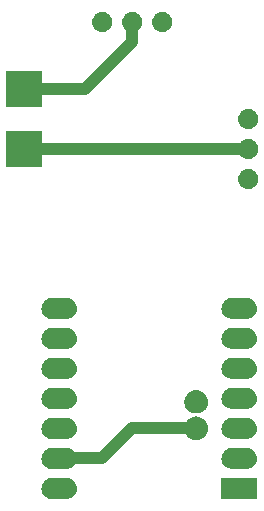
<source format=gbr>
%TF.GenerationSoftware,Flux,Pcbnew,9.0.1-9.0.1-0~ubuntu22.04.1*%
%TF.CreationDate,2025-07-26T15:57:35+00:00*%
%TF.ProjectId,input,696e7075-742e-46b6-9963-61645f706362,rev?*%
%TF.SameCoordinates,Original*%
%TF.FileFunction,Copper,L2,Bot*%
%TF.FilePolarity,Positive*%
%FSLAX46Y46*%
G04 Gerber Fmt 4.6, Leading zero omitted, Abs format (unit mm)*
G04 Filename: myoesp32*
G04 Build it with Flux! Visit our site at: https://www.flux.ai (PCBNEW 9.0.1-9.0.1-0~ubuntu22.04.1) date 2025-07-26 15:57:35*
%MOMM*%
%LPD*%
G01*
G04 APERTURE LIST*
G04 Aperture macros list*
%AMFreePoly0*
4,1,9,0.000462,0.000191,0.000462,-0.000191,0.000191,-0.000462,-0.000191,-0.000462,-0.000462,-0.000191,-0.000462,0.000191,-0.000191,0.000462,0.000191,0.000462,0.000462,0.000191,0.000462,0.000191,$1*%
G04 Aperture macros list end*
%TA.AperFunction,EtchedComponent*%
%ADD10C,0.000000*%
%TD*%
%TA.AperFunction,ComponentPad*%
%ADD11FreePoly0,180.000000*%
%TD*%
%TA.AperFunction,ComponentPad*%
%ADD12FreePoly0,270.000000*%
%TD*%
%TA.AperFunction,ComponentPad*%
%ADD13FreePoly0,0.000000*%
%TD*%
%TA.AperFunction,ComponentPad*%
%ADD14FreePoly0,90.000000*%
%TD*%
%TA.AperFunction,Conductor*%
%ADD15C,1.016000*%
%TD*%
G04 APERTURE END LIST*
D10*
%TA.AperFunction,EtchedComponent*%
%TO.C,*%
G36*
X9785914Y-11304975D02*
G01*
X9872539Y-11322205D01*
X9957058Y-11347842D01*
X10038657Y-11381641D01*
X10116550Y-11423275D01*
X10189987Y-11472344D01*
X10258261Y-11528374D01*
X10320715Y-11590826D01*
X10376746Y-11659100D01*
X10425815Y-11732536D01*
X10467451Y-11810429D01*
X10501251Y-11892027D01*
X10526890Y-11976546D01*
X10544121Y-12063170D01*
X10552779Y-12151067D01*
X10552779Y-12239389D01*
X10544123Y-12327285D01*
X10526893Y-12413910D01*
X10501255Y-12498429D01*
X10467456Y-12580028D01*
X10425822Y-12657921D01*
X10376754Y-12731358D01*
X10320724Y-12799633D01*
X10258271Y-12862086D01*
X10189998Y-12918117D01*
X10116561Y-12967187D01*
X10038669Y-13008822D01*
X9957070Y-13042622D01*
X9872552Y-13068261D01*
X9785927Y-13085492D01*
X9698031Y-13094150D01*
X9609709Y-13094151D01*
X8409709Y-13094159D01*
X8321812Y-13085503D01*
X8235187Y-13068273D01*
X8150668Y-13042635D01*
X8069069Y-13008836D01*
X7991176Y-12967202D01*
X7917739Y-12918134D01*
X7849465Y-12862104D01*
X7787012Y-12799651D01*
X7730980Y-12731378D01*
X7681911Y-12657941D01*
X7640276Y-12580049D01*
X7606476Y-12498450D01*
X7580837Y-12413932D01*
X7563605Y-12327307D01*
X7554948Y-12239411D01*
X7554947Y-12151089D01*
X7563603Y-12063192D01*
X7580833Y-11976567D01*
X7606471Y-11892049D01*
X7640270Y-11810450D01*
X7681904Y-11732556D01*
X7730972Y-11659119D01*
X7787003Y-11590845D01*
X7849455Y-11528392D01*
X7917728Y-11472360D01*
X7991165Y-11423291D01*
X8069058Y-11381656D01*
X8150656Y-11347856D01*
X8235175Y-11322217D01*
X8321799Y-11304985D01*
X8409696Y-11296328D01*
X9698017Y-11296318D01*
X9785914Y-11304975D01*
G37*
%TD.AperFunction*%
%TA.AperFunction,EtchedComponent*%
G36*
X9785914Y-11304975D02*
G01*
X9872539Y-11322205D01*
X9957058Y-11347842D01*
X10038657Y-11381641D01*
X10116550Y-11423275D01*
X10189987Y-11472344D01*
X10258261Y-11528374D01*
X10320715Y-11590826D01*
X10376746Y-11659100D01*
X10425815Y-11732536D01*
X10467451Y-11810429D01*
X10501251Y-11892027D01*
X10526890Y-11976546D01*
X10544121Y-12063170D01*
X10552779Y-12151067D01*
X10552779Y-12239389D01*
X10544123Y-12327285D01*
X10526893Y-12413910D01*
X10501255Y-12498429D01*
X10467456Y-12580028D01*
X10425822Y-12657921D01*
X10376754Y-12731358D01*
X10320724Y-12799633D01*
X10258271Y-12862086D01*
X10189998Y-12918117D01*
X10116561Y-12967187D01*
X10038669Y-13008822D01*
X9957070Y-13042622D01*
X9872552Y-13068261D01*
X9785927Y-13085492D01*
X9698031Y-13094150D01*
X9609709Y-13094151D01*
X8409709Y-13094159D01*
X8321812Y-13085503D01*
X8235187Y-13068273D01*
X8150668Y-13042635D01*
X8069069Y-13008836D01*
X7991176Y-12967202D01*
X7917739Y-12918134D01*
X7849465Y-12862104D01*
X7787012Y-12799651D01*
X7730980Y-12731378D01*
X7681911Y-12657941D01*
X7640276Y-12580049D01*
X7606476Y-12498450D01*
X7580837Y-12413932D01*
X7563605Y-12327307D01*
X7554948Y-12239411D01*
X7554947Y-12151089D01*
X7563603Y-12063192D01*
X7580833Y-11976567D01*
X7606471Y-11892049D01*
X7640270Y-11810450D01*
X7681904Y-11732556D01*
X7730972Y-11659119D01*
X7787003Y-11590845D01*
X7849455Y-11528392D01*
X7917728Y-11472360D01*
X7991165Y-11423291D01*
X8069058Y-11381656D01*
X8150656Y-11347856D01*
X8235175Y-11322217D01*
X8321799Y-11304985D01*
X8409696Y-11296328D01*
X9698017Y-11296318D01*
X9785914Y-11304975D01*
G37*
%TD.AperFunction*%
%TA.AperFunction,EtchedComponent*%
G36*
X-5454105Y-8765086D02*
G01*
X-5367480Y-8782317D01*
X-5282961Y-8807954D01*
X-5201362Y-8841753D01*
X-5123469Y-8883387D01*
X-5050032Y-8932456D01*
X-4981757Y-8988486D01*
X-4919304Y-9050938D01*
X-4863273Y-9119212D01*
X-4814203Y-9192648D01*
X-4772568Y-9270541D01*
X-4738768Y-9352139D01*
X-4713129Y-9436658D01*
X-4695898Y-9523282D01*
X-4687240Y-9611179D01*
X-4687239Y-9699501D01*
X-4695896Y-9787397D01*
X-4713126Y-9874022D01*
X-4738764Y-9958541D01*
X-4772562Y-10040140D01*
X-4814196Y-10118033D01*
X-4863265Y-10191470D01*
X-4919295Y-10259744D01*
X-4981748Y-10322198D01*
X-5050021Y-10378229D01*
X-5123457Y-10427299D01*
X-5201350Y-10468934D01*
X-5282948Y-10502734D01*
X-5367467Y-10528373D01*
X-5454092Y-10545604D01*
X-5541988Y-10554262D01*
X-5630310Y-10554263D01*
X-6830310Y-10554271D01*
X-6918206Y-10545615D01*
X-7004831Y-10528385D01*
X-7089350Y-10502747D01*
X-7170949Y-10468948D01*
X-7248842Y-10427314D01*
X-7322280Y-10378246D01*
X-7390554Y-10322216D01*
X-7453007Y-10259763D01*
X-7509038Y-10191490D01*
X-7558108Y-10118053D01*
X-7599743Y-10040161D01*
X-7633543Y-9958562D01*
X-7659182Y-9874044D01*
X-7676413Y-9787419D01*
X-7685071Y-9699523D01*
X-7685072Y-9611201D01*
X-7676415Y-9523304D01*
X-7659185Y-9436679D01*
X-7633547Y-9352160D01*
X-7599749Y-9270562D01*
X-7558115Y-9192668D01*
X-7509046Y-9119231D01*
X-7453016Y-9050957D01*
X-7390564Y-8988504D01*
X-7322290Y-8932472D01*
X-7248854Y-8883403D01*
X-7170961Y-8841768D01*
X-7089363Y-8807968D01*
X-7004844Y-8782329D01*
X-6918220Y-8765097D01*
X-6830323Y-8756440D01*
X-5542001Y-8756430D01*
X-5454105Y-8765086D01*
G37*
%TD.AperFunction*%
%TA.AperFunction,EtchedComponent*%
G36*
X-5454105Y-8765086D02*
G01*
X-5367480Y-8782317D01*
X-5282961Y-8807954D01*
X-5201362Y-8841753D01*
X-5123469Y-8883387D01*
X-5050032Y-8932456D01*
X-4981757Y-8988486D01*
X-4919304Y-9050938D01*
X-4863273Y-9119212D01*
X-4814203Y-9192648D01*
X-4772568Y-9270541D01*
X-4738768Y-9352139D01*
X-4713129Y-9436658D01*
X-4695898Y-9523282D01*
X-4687240Y-9611179D01*
X-4687239Y-9699501D01*
X-4695896Y-9787397D01*
X-4713126Y-9874022D01*
X-4738764Y-9958541D01*
X-4772562Y-10040140D01*
X-4814196Y-10118033D01*
X-4863265Y-10191470D01*
X-4919295Y-10259744D01*
X-4981748Y-10322198D01*
X-5050021Y-10378229D01*
X-5123457Y-10427299D01*
X-5201350Y-10468934D01*
X-5282948Y-10502734D01*
X-5367467Y-10528373D01*
X-5454092Y-10545604D01*
X-5541988Y-10554262D01*
X-5630310Y-10554263D01*
X-6830310Y-10554271D01*
X-6918206Y-10545615D01*
X-7004831Y-10528385D01*
X-7089350Y-10502747D01*
X-7170949Y-10468948D01*
X-7248842Y-10427314D01*
X-7322280Y-10378246D01*
X-7390554Y-10322216D01*
X-7453007Y-10259763D01*
X-7509038Y-10191490D01*
X-7558108Y-10118053D01*
X-7599743Y-10040161D01*
X-7633543Y-9958562D01*
X-7659182Y-9874044D01*
X-7676413Y-9787419D01*
X-7685071Y-9699523D01*
X-7685072Y-9611201D01*
X-7676415Y-9523304D01*
X-7659185Y-9436679D01*
X-7633547Y-9352160D01*
X-7599749Y-9270562D01*
X-7558115Y-9192668D01*
X-7509046Y-9119231D01*
X-7453016Y-9050957D01*
X-7390564Y-8988504D01*
X-7322290Y-8932472D01*
X-7248854Y-8883403D01*
X-7170961Y-8841768D01*
X-7089363Y-8807968D01*
X-7004844Y-8782329D01*
X-6918220Y-8765097D01*
X-6830323Y-8756440D01*
X-5542001Y-8756430D01*
X-5454105Y-8765086D01*
G37*
%TD.AperFunction*%
%TA.AperFunction,EtchedComponent*%
G36*
X-5454142Y-3685086D02*
G01*
X-5367517Y-3702317D01*
X-5282998Y-3727954D01*
X-5201399Y-3761753D01*
X-5123506Y-3803387D01*
X-5050069Y-3852456D01*
X-4981795Y-3908486D01*
X-4919341Y-3970938D01*
X-4863310Y-4039212D01*
X-4814241Y-4112648D01*
X-4772605Y-4190541D01*
X-4738805Y-4272139D01*
X-4713166Y-4356658D01*
X-4695935Y-4443282D01*
X-4687277Y-4531179D01*
X-4687277Y-4619501D01*
X-4695933Y-4707397D01*
X-4713163Y-4794022D01*
X-4738801Y-4878541D01*
X-4772600Y-4960140D01*
X-4814234Y-5038033D01*
X-4863302Y-5111470D01*
X-4919332Y-5179744D01*
X-4981785Y-5242198D01*
X-5050058Y-5298229D01*
X-5123495Y-5347299D01*
X-5201387Y-5388934D01*
X-5282986Y-5422734D01*
X-5367504Y-5448373D01*
X-5454129Y-5465604D01*
X-5542025Y-5474262D01*
X-5630347Y-5474263D01*
X-6830347Y-5474271D01*
X-6918244Y-5465615D01*
X-7004869Y-5448385D01*
X-7089388Y-5422747D01*
X-7170986Y-5388948D01*
X-7248880Y-5347314D01*
X-7322317Y-5298246D01*
X-7390591Y-5242216D01*
X-7453044Y-5179763D01*
X-7509076Y-5111490D01*
X-7558145Y-5038053D01*
X-7599780Y-4960161D01*
X-7633580Y-4878562D01*
X-7659219Y-4794044D01*
X-7676451Y-4707419D01*
X-7685108Y-4619523D01*
X-7685109Y-4531201D01*
X-7676453Y-4443304D01*
X-7659223Y-4356679D01*
X-7633585Y-4272160D01*
X-7599786Y-4190562D01*
X-7558152Y-4112668D01*
X-7509084Y-4039231D01*
X-7453053Y-3970957D01*
X-7390601Y-3908504D01*
X-7322328Y-3852472D01*
X-7248891Y-3803403D01*
X-7170998Y-3761768D01*
X-7089400Y-3727968D01*
X-7004881Y-3702329D01*
X-6918257Y-3685097D01*
X-6830360Y-3676440D01*
X-5542039Y-3676430D01*
X-5454142Y-3685086D01*
G37*
%TD.AperFunction*%
%TA.AperFunction,EtchedComponent*%
G36*
X-5454142Y-3685086D02*
G01*
X-5367517Y-3702317D01*
X-5282998Y-3727954D01*
X-5201399Y-3761753D01*
X-5123506Y-3803387D01*
X-5050069Y-3852456D01*
X-4981795Y-3908486D01*
X-4919341Y-3970938D01*
X-4863310Y-4039212D01*
X-4814241Y-4112648D01*
X-4772605Y-4190541D01*
X-4738805Y-4272139D01*
X-4713166Y-4356658D01*
X-4695935Y-4443282D01*
X-4687277Y-4531179D01*
X-4687277Y-4619501D01*
X-4695933Y-4707397D01*
X-4713163Y-4794022D01*
X-4738801Y-4878541D01*
X-4772600Y-4960140D01*
X-4814234Y-5038033D01*
X-4863302Y-5111470D01*
X-4919332Y-5179744D01*
X-4981785Y-5242198D01*
X-5050058Y-5298229D01*
X-5123495Y-5347299D01*
X-5201387Y-5388934D01*
X-5282986Y-5422734D01*
X-5367504Y-5448373D01*
X-5454129Y-5465604D01*
X-5542025Y-5474262D01*
X-5630347Y-5474263D01*
X-6830347Y-5474271D01*
X-6918244Y-5465615D01*
X-7004869Y-5448385D01*
X-7089388Y-5422747D01*
X-7170986Y-5388948D01*
X-7248880Y-5347314D01*
X-7322317Y-5298246D01*
X-7390591Y-5242216D01*
X-7453044Y-5179763D01*
X-7509076Y-5111490D01*
X-7558145Y-5038053D01*
X-7599780Y-4960161D01*
X-7633580Y-4878562D01*
X-7659219Y-4794044D01*
X-7676451Y-4707419D01*
X-7685108Y-4619523D01*
X-7685109Y-4531201D01*
X-7676453Y-4443304D01*
X-7659223Y-4356679D01*
X-7633585Y-4272160D01*
X-7599786Y-4190562D01*
X-7558152Y-4112668D01*
X-7509084Y-4039231D01*
X-7453053Y-3970957D01*
X-7390601Y-3908504D01*
X-7322328Y-3852472D01*
X-7248891Y-3803403D01*
X-7170998Y-3761768D01*
X-7089400Y-3727968D01*
X-7004881Y-3702329D01*
X-6918257Y-3685097D01*
X-6830360Y-3676440D01*
X-5542039Y-3676430D01*
X-5454142Y-3685086D01*
G37*
%TD.AperFunction*%
%TA.AperFunction,EtchedComponent*%
G36*
X-5454067Y-13845086D02*
G01*
X-5367443Y-13862317D01*
X-5282924Y-13887954D01*
X-5201325Y-13921753D01*
X-5123431Y-13963387D01*
X-5049994Y-14012456D01*
X-4981720Y-14068486D01*
X-4919267Y-14130938D01*
X-4863235Y-14199212D01*
X-4814166Y-14272648D01*
X-4772531Y-14350541D01*
X-4738731Y-14432139D01*
X-4713092Y-14516658D01*
X-4695860Y-14603282D01*
X-4687203Y-14691179D01*
X-4687202Y-14779501D01*
X-4695858Y-14867397D01*
X-4713089Y-14954022D01*
X-4738726Y-15038541D01*
X-4772525Y-15120140D01*
X-4814159Y-15198033D01*
X-4863228Y-15271470D01*
X-4919258Y-15339744D01*
X-4981710Y-15402198D01*
X-5049984Y-15458229D01*
X-5123420Y-15507299D01*
X-5201313Y-15548934D01*
X-5282911Y-15582734D01*
X-5367430Y-15608373D01*
X-5454054Y-15625604D01*
X-5541951Y-15634262D01*
X-5630273Y-15634263D01*
X-6830273Y-15634271D01*
X-6918169Y-15625615D01*
X-7004794Y-15608385D01*
X-7089313Y-15582747D01*
X-7170912Y-15548948D01*
X-7248805Y-15507314D01*
X-7322242Y-15458246D01*
X-7390516Y-15402216D01*
X-7452970Y-15339763D01*
X-7509001Y-15271490D01*
X-7558071Y-15198053D01*
X-7599706Y-15120161D01*
X-7633506Y-15038562D01*
X-7659145Y-14954044D01*
X-7676376Y-14867419D01*
X-7685034Y-14779523D01*
X-7685034Y-14691201D01*
X-7676378Y-14603304D01*
X-7659148Y-14516679D01*
X-7633510Y-14432160D01*
X-7599711Y-14350562D01*
X-7558077Y-14272668D01*
X-7509009Y-14199231D01*
X-7452979Y-14130957D01*
X-7390526Y-14068504D01*
X-7322253Y-14012472D01*
X-7248816Y-13963403D01*
X-7170924Y-13921768D01*
X-7089325Y-13887968D01*
X-7004807Y-13862329D01*
X-6918182Y-13845097D01*
X-6830286Y-13836440D01*
X-5541964Y-13836430D01*
X-5454067Y-13845086D01*
G37*
%TD.AperFunction*%
%TA.AperFunction,EtchedComponent*%
G36*
X-5454067Y-13845086D02*
G01*
X-5367443Y-13862317D01*
X-5282924Y-13887954D01*
X-5201325Y-13921753D01*
X-5123431Y-13963387D01*
X-5049994Y-14012456D01*
X-4981720Y-14068486D01*
X-4919267Y-14130938D01*
X-4863235Y-14199212D01*
X-4814166Y-14272648D01*
X-4772531Y-14350541D01*
X-4738731Y-14432139D01*
X-4713092Y-14516658D01*
X-4695860Y-14603282D01*
X-4687203Y-14691179D01*
X-4687202Y-14779501D01*
X-4695858Y-14867397D01*
X-4713089Y-14954022D01*
X-4738726Y-15038541D01*
X-4772525Y-15120140D01*
X-4814159Y-15198033D01*
X-4863228Y-15271470D01*
X-4919258Y-15339744D01*
X-4981710Y-15402198D01*
X-5049984Y-15458229D01*
X-5123420Y-15507299D01*
X-5201313Y-15548934D01*
X-5282911Y-15582734D01*
X-5367430Y-15608373D01*
X-5454054Y-15625604D01*
X-5541951Y-15634262D01*
X-5630273Y-15634263D01*
X-6830273Y-15634271D01*
X-6918169Y-15625615D01*
X-7004794Y-15608385D01*
X-7089313Y-15582747D01*
X-7170912Y-15548948D01*
X-7248805Y-15507314D01*
X-7322242Y-15458246D01*
X-7390516Y-15402216D01*
X-7452970Y-15339763D01*
X-7509001Y-15271490D01*
X-7558071Y-15198053D01*
X-7599706Y-15120161D01*
X-7633506Y-15038562D01*
X-7659145Y-14954044D01*
X-7676376Y-14867419D01*
X-7685034Y-14779523D01*
X-7685034Y-14691201D01*
X-7676378Y-14603304D01*
X-7659148Y-14516679D01*
X-7633510Y-14432160D01*
X-7599711Y-14350562D01*
X-7558077Y-14272668D01*
X-7509009Y-14199231D01*
X-7452979Y-14130957D01*
X-7390526Y-14068504D01*
X-7322253Y-14012472D01*
X-7248816Y-13963403D01*
X-7170924Y-13921768D01*
X-7089325Y-13887968D01*
X-7004807Y-13862329D01*
X-6918182Y-13845097D01*
X-6830286Y-13836440D01*
X-5541964Y-13836430D01*
X-5454067Y-13845086D01*
G37*
%TD.AperFunction*%
%TA.AperFunction,EtchedComponent*%
G36*
X-5454161Y-1145086D02*
G01*
X-5367536Y-1162317D01*
X-5283017Y-1187954D01*
X-5201418Y-1221753D01*
X-5123525Y-1263387D01*
X-5050087Y-1312456D01*
X-4981813Y-1368486D01*
X-4919360Y-1430938D01*
X-4863329Y-1499212D01*
X-4814259Y-1572648D01*
X-4772624Y-1650541D01*
X-4738824Y-1732139D01*
X-4713185Y-1816658D01*
X-4695954Y-1903282D01*
X-4687296Y-1991179D01*
X-4687295Y-2079501D01*
X-4695952Y-2167397D01*
X-4713182Y-2254022D01*
X-4738820Y-2338541D01*
X-4772618Y-2420140D01*
X-4814252Y-2498033D01*
X-4863321Y-2571470D01*
X-4919351Y-2639744D01*
X-4981804Y-2702198D01*
X-5050077Y-2758229D01*
X-5123513Y-2807299D01*
X-5201406Y-2848934D01*
X-5283004Y-2882734D01*
X-5367523Y-2908373D01*
X-5454148Y-2925604D01*
X-5542044Y-2934262D01*
X-5630366Y-2934263D01*
X-6830366Y-2934271D01*
X-6918262Y-2925615D01*
X-7004887Y-2908385D01*
X-7089406Y-2882747D01*
X-7171005Y-2848948D01*
X-7248898Y-2807314D01*
X-7322336Y-2758246D01*
X-7390610Y-2702216D01*
X-7453063Y-2639763D01*
X-7509094Y-2571490D01*
X-7558164Y-2498053D01*
X-7599799Y-2420161D01*
X-7633599Y-2338562D01*
X-7659238Y-2254044D01*
X-7676469Y-2167419D01*
X-7685127Y-2079523D01*
X-7685128Y-1991201D01*
X-7676471Y-1903304D01*
X-7659241Y-1816679D01*
X-7633603Y-1732160D01*
X-7599805Y-1650562D01*
X-7558171Y-1572668D01*
X-7509102Y-1499231D01*
X-7453072Y-1430957D01*
X-7390620Y-1368504D01*
X-7322346Y-1312472D01*
X-7248910Y-1263403D01*
X-7171017Y-1221768D01*
X-7089419Y-1187968D01*
X-7004900Y-1162329D01*
X-6918276Y-1145097D01*
X-6830379Y-1136440D01*
X-5542057Y-1136430D01*
X-5454161Y-1145086D01*
G37*
%TD.AperFunction*%
%TA.AperFunction,EtchedComponent*%
G36*
X-5454161Y-1145086D02*
G01*
X-5367536Y-1162317D01*
X-5283017Y-1187954D01*
X-5201418Y-1221753D01*
X-5123525Y-1263387D01*
X-5050087Y-1312456D01*
X-4981813Y-1368486D01*
X-4919360Y-1430938D01*
X-4863329Y-1499212D01*
X-4814259Y-1572648D01*
X-4772624Y-1650541D01*
X-4738824Y-1732139D01*
X-4713185Y-1816658D01*
X-4695954Y-1903282D01*
X-4687296Y-1991179D01*
X-4687295Y-2079501D01*
X-4695952Y-2167397D01*
X-4713182Y-2254022D01*
X-4738820Y-2338541D01*
X-4772618Y-2420140D01*
X-4814252Y-2498033D01*
X-4863321Y-2571470D01*
X-4919351Y-2639744D01*
X-4981804Y-2702198D01*
X-5050077Y-2758229D01*
X-5123513Y-2807299D01*
X-5201406Y-2848934D01*
X-5283004Y-2882734D01*
X-5367523Y-2908373D01*
X-5454148Y-2925604D01*
X-5542044Y-2934262D01*
X-5630366Y-2934263D01*
X-6830366Y-2934271D01*
X-6918262Y-2925615D01*
X-7004887Y-2908385D01*
X-7089406Y-2882747D01*
X-7171005Y-2848948D01*
X-7248898Y-2807314D01*
X-7322336Y-2758246D01*
X-7390610Y-2702216D01*
X-7453063Y-2639763D01*
X-7509094Y-2571490D01*
X-7558164Y-2498053D01*
X-7599799Y-2420161D01*
X-7633599Y-2338562D01*
X-7659238Y-2254044D01*
X-7676469Y-2167419D01*
X-7685127Y-2079523D01*
X-7685128Y-1991201D01*
X-7676471Y-1903304D01*
X-7659241Y-1816679D01*
X-7633603Y-1732160D01*
X-7599805Y-1650562D01*
X-7558171Y-1572668D01*
X-7509102Y-1499231D01*
X-7453072Y-1430957D01*
X-7390620Y-1368504D01*
X-7322346Y-1312472D01*
X-7248910Y-1263403D01*
X-7171017Y-1221768D01*
X-7089419Y-1187968D01*
X-7004900Y-1162329D01*
X-6918276Y-1145097D01*
X-6830379Y-1136440D01*
X-5542057Y-1136430D01*
X-5454161Y-1145086D01*
G37*
%TD.AperFunction*%
%TA.AperFunction,EtchedComponent*%
G36*
X-5454123Y-6225086D02*
G01*
X-5367498Y-6242317D01*
X-5282980Y-6267954D01*
X-5201381Y-6301753D01*
X-5123487Y-6343387D01*
X-5050050Y-6392456D01*
X-4981776Y-6448486D01*
X-4919323Y-6510938D01*
X-4863291Y-6579212D01*
X-4814222Y-6652648D01*
X-4772587Y-6730541D01*
X-4738787Y-6812139D01*
X-4713148Y-6896658D01*
X-4695916Y-6983282D01*
X-4687259Y-7071179D01*
X-4687258Y-7159501D01*
X-4695914Y-7247397D01*
X-4713144Y-7334022D01*
X-4738782Y-7418541D01*
X-4772581Y-7500140D01*
X-4814215Y-7578033D01*
X-4863284Y-7651470D01*
X-4919314Y-7719744D01*
X-4981766Y-7782198D01*
X-5050040Y-7838229D01*
X-5123476Y-7887299D01*
X-5201369Y-7928934D01*
X-5282967Y-7962734D01*
X-5367486Y-7988373D01*
X-5454110Y-8005604D01*
X-5542007Y-8014262D01*
X-5630329Y-8014263D01*
X-6830329Y-8014271D01*
X-6918225Y-8005615D01*
X-7004850Y-7988385D01*
X-7089369Y-7962747D01*
X-7170968Y-7928948D01*
X-7248861Y-7887314D01*
X-7322298Y-7838246D01*
X-7390572Y-7782216D01*
X-7453026Y-7719763D01*
X-7509057Y-7651490D01*
X-7558127Y-7578053D01*
X-7599762Y-7500161D01*
X-7633562Y-7418562D01*
X-7659201Y-7334044D01*
X-7676432Y-7247419D01*
X-7685090Y-7159523D01*
X-7685090Y-7071201D01*
X-7676434Y-6983304D01*
X-7659204Y-6896679D01*
X-7633566Y-6812160D01*
X-7599767Y-6730562D01*
X-7558133Y-6652668D01*
X-7509065Y-6579231D01*
X-7453035Y-6510957D01*
X-7390582Y-6448504D01*
X-7322309Y-6392472D01*
X-7248872Y-6343403D01*
X-7170980Y-6301768D01*
X-7089381Y-6267968D01*
X-7004863Y-6242329D01*
X-6918238Y-6225097D01*
X-6830342Y-6216440D01*
X-5542020Y-6216430D01*
X-5454123Y-6225086D01*
G37*
%TD.AperFunction*%
%TA.AperFunction,EtchedComponent*%
G36*
X-5454123Y-6225086D02*
G01*
X-5367498Y-6242317D01*
X-5282980Y-6267954D01*
X-5201381Y-6301753D01*
X-5123487Y-6343387D01*
X-5050050Y-6392456D01*
X-4981776Y-6448486D01*
X-4919323Y-6510938D01*
X-4863291Y-6579212D01*
X-4814222Y-6652648D01*
X-4772587Y-6730541D01*
X-4738787Y-6812139D01*
X-4713148Y-6896658D01*
X-4695916Y-6983282D01*
X-4687259Y-7071179D01*
X-4687258Y-7159501D01*
X-4695914Y-7247397D01*
X-4713144Y-7334022D01*
X-4738782Y-7418541D01*
X-4772581Y-7500140D01*
X-4814215Y-7578033D01*
X-4863284Y-7651470D01*
X-4919314Y-7719744D01*
X-4981766Y-7782198D01*
X-5050040Y-7838229D01*
X-5123476Y-7887299D01*
X-5201369Y-7928934D01*
X-5282967Y-7962734D01*
X-5367486Y-7988373D01*
X-5454110Y-8005604D01*
X-5542007Y-8014262D01*
X-5630329Y-8014263D01*
X-6830329Y-8014271D01*
X-6918225Y-8005615D01*
X-7004850Y-7988385D01*
X-7089369Y-7962747D01*
X-7170968Y-7928948D01*
X-7248861Y-7887314D01*
X-7322298Y-7838246D01*
X-7390572Y-7782216D01*
X-7453026Y-7719763D01*
X-7509057Y-7651490D01*
X-7558127Y-7578053D01*
X-7599762Y-7500161D01*
X-7633562Y-7418562D01*
X-7659201Y-7334044D01*
X-7676432Y-7247419D01*
X-7685090Y-7159523D01*
X-7685090Y-7071201D01*
X-7676434Y-6983304D01*
X-7659204Y-6896679D01*
X-7633566Y-6812160D01*
X-7599767Y-6730562D01*
X-7558133Y-6652668D01*
X-7509065Y-6579231D01*
X-7453035Y-6510957D01*
X-7390582Y-6448504D01*
X-7322309Y-6392472D01*
X-7248872Y-6343403D01*
X-7170980Y-6301768D01*
X-7089381Y-6267968D01*
X-7004863Y-6242329D01*
X-6918238Y-6225097D01*
X-6830342Y-6216440D01*
X-5542020Y-6216430D01*
X-5454123Y-6225086D01*
G37*
%TD.AperFunction*%
%TA.AperFunction,EtchedComponent*%
G36*
X9785821Y1395025D02*
G01*
X9872446Y1377795D01*
X9956964Y1352158D01*
X10038563Y1318359D01*
X10116457Y1276725D01*
X10189894Y1227656D01*
X10258168Y1171626D01*
X10320621Y1109174D01*
X10376653Y1040900D01*
X10425722Y967464D01*
X10467357Y889571D01*
X10501157Y807973D01*
X10526796Y723454D01*
X10544028Y636830D01*
X10552685Y548933D01*
X10552686Y460611D01*
X10544030Y372715D01*
X10526800Y286090D01*
X10501162Y201571D01*
X10467363Y119972D01*
X10425729Y42079D01*
X10376661Y-31358D01*
X10320630Y-99633D01*
X10258178Y-162086D01*
X10189904Y-218117D01*
X10116468Y-267187D01*
X10038575Y-308822D01*
X9956977Y-342622D01*
X9872458Y-368261D01*
X9785834Y-385492D01*
X9697937Y-394150D01*
X9609615Y-394151D01*
X8409615Y-394159D01*
X8321719Y-385503D01*
X8235094Y-368273D01*
X8150575Y-342635D01*
X8068976Y-308836D01*
X7991083Y-267202D01*
X7917646Y-218134D01*
X7849372Y-162104D01*
X7786918Y-99651D01*
X7730887Y-31378D01*
X7681817Y42059D01*
X7640182Y119951D01*
X7606382Y201550D01*
X7580743Y286068D01*
X7563512Y372693D01*
X7554854Y460589D01*
X7554854Y548911D01*
X7563510Y636808D01*
X7580740Y723433D01*
X7606378Y807951D01*
X7640177Y889550D01*
X7681811Y967444D01*
X7730879Y1040881D01*
X7786909Y1109155D01*
X7849362Y1171608D01*
X7917635Y1227640D01*
X7991072Y1276709D01*
X8068964Y1318344D01*
X8150563Y1352144D01*
X8235081Y1377783D01*
X8321706Y1395015D01*
X8409602Y1403672D01*
X9697924Y1403682D01*
X9785821Y1395025D01*
G37*
%TD.AperFunction*%
%TA.AperFunction,EtchedComponent*%
G36*
X9785821Y1395025D02*
G01*
X9872446Y1377795D01*
X9956964Y1352158D01*
X10038563Y1318359D01*
X10116457Y1276725D01*
X10189894Y1227656D01*
X10258168Y1171626D01*
X10320621Y1109174D01*
X10376653Y1040900D01*
X10425722Y967464D01*
X10467357Y889571D01*
X10501157Y807973D01*
X10526796Y723454D01*
X10544028Y636830D01*
X10552685Y548933D01*
X10552686Y460611D01*
X10544030Y372715D01*
X10526800Y286090D01*
X10501162Y201571D01*
X10467363Y119972D01*
X10425729Y42079D01*
X10376661Y-31358D01*
X10320630Y-99633D01*
X10258178Y-162086D01*
X10189904Y-218117D01*
X10116468Y-267187D01*
X10038575Y-308822D01*
X9956977Y-342622D01*
X9872458Y-368261D01*
X9785834Y-385492D01*
X9697937Y-394150D01*
X9609615Y-394151D01*
X8409615Y-394159D01*
X8321719Y-385503D01*
X8235094Y-368273D01*
X8150575Y-342635D01*
X8068976Y-308836D01*
X7991083Y-267202D01*
X7917646Y-218134D01*
X7849372Y-162104D01*
X7786918Y-99651D01*
X7730887Y-31378D01*
X7681817Y42059D01*
X7640182Y119951D01*
X7606382Y201550D01*
X7580743Y286068D01*
X7563512Y372693D01*
X7554854Y460589D01*
X7554854Y548911D01*
X7563510Y636808D01*
X7580740Y723433D01*
X7606378Y807951D01*
X7640177Y889550D01*
X7681811Y967444D01*
X7730879Y1040881D01*
X7786909Y1109155D01*
X7849362Y1171608D01*
X7917635Y1227640D01*
X7991072Y1276709D01*
X8068964Y1318344D01*
X8150563Y1352144D01*
X8235081Y1377783D01*
X8321706Y1395015D01*
X8409602Y1403672D01*
X9697924Y1403682D01*
X9785821Y1395025D01*
G37*
%TD.AperFunction*%
%TA.AperFunction,EtchedComponent*%
G36*
X-5454179Y1394914D02*
G01*
X-5367554Y1377683D01*
X-5283036Y1352046D01*
X-5201437Y1318247D01*
X-5123543Y1276613D01*
X-5050106Y1227544D01*
X-4981832Y1171514D01*
X-4919379Y1109062D01*
X-4863347Y1040788D01*
X-4814278Y967352D01*
X-4772643Y889459D01*
X-4738843Y807861D01*
X-4713204Y723342D01*
X-4695972Y636718D01*
X-4687315Y548821D01*
X-4687314Y460499D01*
X-4695970Y372603D01*
X-4713200Y285978D01*
X-4738838Y201459D01*
X-4772637Y119860D01*
X-4814271Y41967D01*
X-4863339Y-31470D01*
X-4919370Y-99744D01*
X-4981822Y-162198D01*
X-5050096Y-218229D01*
X-5123532Y-267299D01*
X-5201425Y-308934D01*
X-5283023Y-342734D01*
X-5367542Y-368373D01*
X-5454166Y-385604D01*
X-5542063Y-394262D01*
X-5630385Y-394263D01*
X-6830385Y-394271D01*
X-6918281Y-385615D01*
X-7004906Y-368385D01*
X-7089425Y-342747D01*
X-7171024Y-308948D01*
X-7248917Y-267314D01*
X-7322354Y-218246D01*
X-7390628Y-162216D01*
X-7453082Y-99763D01*
X-7509113Y-31490D01*
X-7558183Y41947D01*
X-7599818Y119839D01*
X-7633618Y201438D01*
X-7659257Y285956D01*
X-7676488Y372581D01*
X-7685146Y460477D01*
X-7685146Y548799D01*
X-7676490Y636696D01*
X-7659260Y723321D01*
X-7633622Y807840D01*
X-7599823Y889438D01*
X-7558189Y967332D01*
X-7509121Y1040769D01*
X-7453091Y1109043D01*
X-7390638Y1171496D01*
X-7322365Y1227528D01*
X-7248928Y1276597D01*
X-7171036Y1318232D01*
X-7089437Y1352032D01*
X-7004919Y1377671D01*
X-6918294Y1394903D01*
X-6830398Y1403560D01*
X-5542076Y1403570D01*
X-5454179Y1394914D01*
G37*
%TD.AperFunction*%
%TA.AperFunction,EtchedComponent*%
G36*
X-5454179Y1394914D02*
G01*
X-5367554Y1377683D01*
X-5283036Y1352046D01*
X-5201437Y1318247D01*
X-5123543Y1276613D01*
X-5050106Y1227544D01*
X-4981832Y1171514D01*
X-4919379Y1109062D01*
X-4863347Y1040788D01*
X-4814278Y967352D01*
X-4772643Y889459D01*
X-4738843Y807861D01*
X-4713204Y723342D01*
X-4695972Y636718D01*
X-4687315Y548821D01*
X-4687314Y460499D01*
X-4695970Y372603D01*
X-4713200Y285978D01*
X-4738838Y201459D01*
X-4772637Y119860D01*
X-4814271Y41967D01*
X-4863339Y-31470D01*
X-4919370Y-99744D01*
X-4981822Y-162198D01*
X-5050096Y-218229D01*
X-5123532Y-267299D01*
X-5201425Y-308934D01*
X-5283023Y-342734D01*
X-5367542Y-368373D01*
X-5454166Y-385604D01*
X-5542063Y-394262D01*
X-5630385Y-394263D01*
X-6830385Y-394271D01*
X-6918281Y-385615D01*
X-7004906Y-368385D01*
X-7089425Y-342747D01*
X-7171024Y-308948D01*
X-7248917Y-267314D01*
X-7322354Y-218246D01*
X-7390628Y-162216D01*
X-7453082Y-99763D01*
X-7509113Y-31490D01*
X-7558183Y41947D01*
X-7599818Y119839D01*
X-7633618Y201438D01*
X-7659257Y285956D01*
X-7676488Y372581D01*
X-7685146Y460477D01*
X-7685146Y548799D01*
X-7676490Y636696D01*
X-7659260Y723321D01*
X-7633622Y807840D01*
X-7599823Y889438D01*
X-7558189Y967332D01*
X-7509121Y1040769D01*
X-7453091Y1109043D01*
X-7390638Y1171496D01*
X-7322365Y1227528D01*
X-7248928Y1276597D01*
X-7171036Y1318232D01*
X-7089437Y1352032D01*
X-7004919Y1377671D01*
X-6918294Y1394903D01*
X-6830398Y1403560D01*
X-5542076Y1403570D01*
X-5454179Y1394914D01*
G37*
%TD.AperFunction*%
%TA.AperFunction,EtchedComponent*%
G36*
X9785858Y-3684975D02*
G01*
X9872483Y-3702205D01*
X9957002Y-3727842D01*
X10038601Y-3761641D01*
X10116494Y-3803275D01*
X10189931Y-3852344D01*
X10258205Y-3908374D01*
X10320659Y-3970826D01*
X10376690Y-4039100D01*
X10425759Y-4112536D01*
X10467395Y-4190429D01*
X10501195Y-4272027D01*
X10526834Y-4356546D01*
X10544065Y-4443170D01*
X10552723Y-4531067D01*
X10552723Y-4619389D01*
X10544067Y-4707285D01*
X10526837Y-4793910D01*
X10501199Y-4878429D01*
X10467400Y-4960028D01*
X10425766Y-5037921D01*
X10376698Y-5111358D01*
X10320668Y-5179633D01*
X10258215Y-5242086D01*
X10189942Y-5298117D01*
X10116505Y-5347187D01*
X10038613Y-5388822D01*
X9957014Y-5422622D01*
X9872496Y-5448261D01*
X9785871Y-5465492D01*
X9697975Y-5474150D01*
X9609653Y-5474151D01*
X8409653Y-5474159D01*
X8321756Y-5465503D01*
X8235131Y-5448273D01*
X8150612Y-5422635D01*
X8069014Y-5388836D01*
X7991120Y-5347202D01*
X7917683Y-5298134D01*
X7849409Y-5242104D01*
X7786956Y-5179651D01*
X7730924Y-5111378D01*
X7681855Y-5037941D01*
X7640220Y-4960049D01*
X7606420Y-4878450D01*
X7580781Y-4793932D01*
X7563549Y-4707307D01*
X7554892Y-4619411D01*
X7554891Y-4531089D01*
X7563547Y-4443192D01*
X7580777Y-4356567D01*
X7606415Y-4272049D01*
X7640214Y-4190450D01*
X7681848Y-4112556D01*
X7730916Y-4039119D01*
X7786947Y-3970845D01*
X7849399Y-3908392D01*
X7917672Y-3852360D01*
X7991109Y-3803291D01*
X8069002Y-3761656D01*
X8150600Y-3727856D01*
X8235119Y-3702217D01*
X8321743Y-3684985D01*
X8409640Y-3676328D01*
X9697961Y-3676318D01*
X9785858Y-3684975D01*
G37*
%TD.AperFunction*%
%TA.AperFunction,EtchedComponent*%
G36*
X9785858Y-3684975D02*
G01*
X9872483Y-3702205D01*
X9957002Y-3727842D01*
X10038601Y-3761641D01*
X10116494Y-3803275D01*
X10189931Y-3852344D01*
X10258205Y-3908374D01*
X10320659Y-3970826D01*
X10376690Y-4039100D01*
X10425759Y-4112536D01*
X10467395Y-4190429D01*
X10501195Y-4272027D01*
X10526834Y-4356546D01*
X10544065Y-4443170D01*
X10552723Y-4531067D01*
X10552723Y-4619389D01*
X10544067Y-4707285D01*
X10526837Y-4793910D01*
X10501199Y-4878429D01*
X10467400Y-4960028D01*
X10425766Y-5037921D01*
X10376698Y-5111358D01*
X10320668Y-5179633D01*
X10258215Y-5242086D01*
X10189942Y-5298117D01*
X10116505Y-5347187D01*
X10038613Y-5388822D01*
X9957014Y-5422622D01*
X9872496Y-5448261D01*
X9785871Y-5465492D01*
X9697975Y-5474150D01*
X9609653Y-5474151D01*
X8409653Y-5474159D01*
X8321756Y-5465503D01*
X8235131Y-5448273D01*
X8150612Y-5422635D01*
X8069014Y-5388836D01*
X7991120Y-5347202D01*
X7917683Y-5298134D01*
X7849409Y-5242104D01*
X7786956Y-5179651D01*
X7730924Y-5111378D01*
X7681855Y-5037941D01*
X7640220Y-4960049D01*
X7606420Y-4878450D01*
X7580781Y-4793932D01*
X7563549Y-4707307D01*
X7554892Y-4619411D01*
X7554891Y-4531089D01*
X7563547Y-4443192D01*
X7580777Y-4356567D01*
X7606415Y-4272049D01*
X7640214Y-4190450D01*
X7681848Y-4112556D01*
X7730916Y-4039119D01*
X7786947Y-3970845D01*
X7849399Y-3908392D01*
X7917672Y-3852360D01*
X7991109Y-3803291D01*
X8069002Y-3761656D01*
X8150600Y-3727856D01*
X8235119Y-3702217D01*
X8321743Y-3684985D01*
X8409640Y-3676328D01*
X9697961Y-3676318D01*
X9785858Y-3684975D01*
G37*
%TD.AperFunction*%
%TA.AperFunction,EtchedComponent*%
G36*
X9785839Y-1144975D02*
G01*
X9872464Y-1162205D01*
X9956983Y-1187842D01*
X10038582Y-1221641D01*
X10116475Y-1263275D01*
X10189913Y-1312344D01*
X10258187Y-1368374D01*
X10320640Y-1430826D01*
X10376671Y-1499100D01*
X10425741Y-1572536D01*
X10467376Y-1650429D01*
X10501176Y-1732027D01*
X10526815Y-1816546D01*
X10544046Y-1903170D01*
X10552704Y-1991067D01*
X10552705Y-2079389D01*
X10544048Y-2167285D01*
X10526818Y-2253910D01*
X10501180Y-2338429D01*
X10467382Y-2420028D01*
X10425748Y-2497921D01*
X10376679Y-2571358D01*
X10320649Y-2639633D01*
X10258196Y-2702086D01*
X10189923Y-2758117D01*
X10116487Y-2807187D01*
X10038594Y-2848822D01*
X9956996Y-2882622D01*
X9872477Y-2908261D01*
X9785852Y-2925492D01*
X9697956Y-2934150D01*
X9609634Y-2934151D01*
X8409634Y-2934159D01*
X8321738Y-2925503D01*
X8235113Y-2908273D01*
X8150594Y-2882635D01*
X8068995Y-2848836D01*
X7991102Y-2807202D01*
X7917664Y-2758134D01*
X7849390Y-2702104D01*
X7786937Y-2639651D01*
X7730906Y-2571378D01*
X7681836Y-2497941D01*
X7640201Y-2420049D01*
X7606401Y-2338450D01*
X7580762Y-2253932D01*
X7563531Y-2167307D01*
X7554873Y-2079411D01*
X7554872Y-1991089D01*
X7563529Y-1903192D01*
X7580759Y-1816567D01*
X7606397Y-1732049D01*
X7640195Y-1650450D01*
X7681829Y-1572556D01*
X7730898Y-1499119D01*
X7786928Y-1430845D01*
X7849380Y-1368392D01*
X7917654Y-1312360D01*
X7991090Y-1263291D01*
X8068983Y-1221656D01*
X8150581Y-1187856D01*
X8235100Y-1162217D01*
X8321724Y-1144985D01*
X8409621Y-1136328D01*
X9697943Y-1136318D01*
X9785839Y-1144975D01*
G37*
%TD.AperFunction*%
%TA.AperFunction,EtchedComponent*%
G36*
X9785839Y-1144975D02*
G01*
X9872464Y-1162205D01*
X9956983Y-1187842D01*
X10038582Y-1221641D01*
X10116475Y-1263275D01*
X10189913Y-1312344D01*
X10258187Y-1368374D01*
X10320640Y-1430826D01*
X10376671Y-1499100D01*
X10425741Y-1572536D01*
X10467376Y-1650429D01*
X10501176Y-1732027D01*
X10526815Y-1816546D01*
X10544046Y-1903170D01*
X10552704Y-1991067D01*
X10552705Y-2079389D01*
X10544048Y-2167285D01*
X10526818Y-2253910D01*
X10501180Y-2338429D01*
X10467382Y-2420028D01*
X10425748Y-2497921D01*
X10376679Y-2571358D01*
X10320649Y-2639633D01*
X10258196Y-2702086D01*
X10189923Y-2758117D01*
X10116487Y-2807187D01*
X10038594Y-2848822D01*
X9956996Y-2882622D01*
X9872477Y-2908261D01*
X9785852Y-2925492D01*
X9697956Y-2934150D01*
X9609634Y-2934151D01*
X8409634Y-2934159D01*
X8321738Y-2925503D01*
X8235113Y-2908273D01*
X8150594Y-2882635D01*
X8068995Y-2848836D01*
X7991102Y-2807202D01*
X7917664Y-2758134D01*
X7849390Y-2702104D01*
X7786937Y-2639651D01*
X7730906Y-2571378D01*
X7681836Y-2497941D01*
X7640201Y-2420049D01*
X7606401Y-2338450D01*
X7580762Y-2253932D01*
X7563531Y-2167307D01*
X7554873Y-2079411D01*
X7554872Y-1991089D01*
X7563529Y-1903192D01*
X7580759Y-1816567D01*
X7606397Y-1732049D01*
X7640195Y-1650450D01*
X7681829Y-1572556D01*
X7730898Y-1499119D01*
X7786928Y-1430845D01*
X7849380Y-1368392D01*
X7917654Y-1312360D01*
X7991090Y-1263291D01*
X8068983Y-1221656D01*
X8150581Y-1187856D01*
X8235100Y-1162217D01*
X8321724Y-1144985D01*
X8409621Y-1136328D01*
X9697943Y-1136318D01*
X9785839Y-1144975D01*
G37*
%TD.AperFunction*%
%TA.AperFunction,EtchedComponent*%
G36*
X10553888Y-15635228D02*
G01*
X7553888Y-15635250D01*
X7553875Y-13835250D01*
X10553875Y-13835228D01*
X10553888Y-15635228D01*
G37*
%TD.AperFunction*%
%TA.AperFunction,EtchedComponent*%
G36*
X10553888Y-15635228D02*
G01*
X7553888Y-15635250D01*
X7553875Y-13835250D01*
X10553875Y-13835228D01*
X10553888Y-15635228D01*
G37*
%TD.AperFunction*%
%TA.AperFunction,EtchedComponent*%
G36*
X9785895Y-8764975D02*
G01*
X9872520Y-8782205D01*
X9957039Y-8807842D01*
X10038638Y-8841641D01*
X10116531Y-8883275D01*
X10189968Y-8932344D01*
X10258243Y-8988374D01*
X10320696Y-9050826D01*
X10376727Y-9119100D01*
X10425797Y-9192536D01*
X10467432Y-9270429D01*
X10501232Y-9352027D01*
X10526871Y-9436546D01*
X10544102Y-9523170D01*
X10552760Y-9611067D01*
X10552761Y-9699389D01*
X10544104Y-9787285D01*
X10526874Y-9873910D01*
X10501236Y-9958429D01*
X10467438Y-10040028D01*
X10425804Y-10117921D01*
X10376735Y-10191358D01*
X10320705Y-10259633D01*
X10258252Y-10322086D01*
X10189979Y-10378117D01*
X10116543Y-10427187D01*
X10038650Y-10468822D01*
X9957052Y-10502622D01*
X9872533Y-10528261D01*
X9785908Y-10545492D01*
X9698012Y-10554150D01*
X9609690Y-10554151D01*
X8409690Y-10554159D01*
X8321794Y-10545503D01*
X8235169Y-10528273D01*
X8150650Y-10502635D01*
X8069051Y-10468836D01*
X7991158Y-10427202D01*
X7917720Y-10378134D01*
X7849446Y-10322104D01*
X7786993Y-10259651D01*
X7730962Y-10191378D01*
X7681892Y-10117941D01*
X7640257Y-10040049D01*
X7606457Y-9958450D01*
X7580818Y-9873932D01*
X7563587Y-9787307D01*
X7554929Y-9699411D01*
X7554928Y-9611089D01*
X7563585Y-9523192D01*
X7580815Y-9436567D01*
X7606453Y-9352049D01*
X7640251Y-9270450D01*
X7681885Y-9192556D01*
X7730954Y-9119119D01*
X7786984Y-9050845D01*
X7849436Y-8988392D01*
X7917710Y-8932360D01*
X7991146Y-8883291D01*
X8069039Y-8841656D01*
X8150637Y-8807856D01*
X8235156Y-8782217D01*
X8321780Y-8764985D01*
X8409677Y-8756328D01*
X9697999Y-8756318D01*
X9785895Y-8764975D01*
G37*
%TD.AperFunction*%
%TA.AperFunction,EtchedComponent*%
G36*
X9785895Y-8764975D02*
G01*
X9872520Y-8782205D01*
X9957039Y-8807842D01*
X10038638Y-8841641D01*
X10116531Y-8883275D01*
X10189968Y-8932344D01*
X10258243Y-8988374D01*
X10320696Y-9050826D01*
X10376727Y-9119100D01*
X10425797Y-9192536D01*
X10467432Y-9270429D01*
X10501232Y-9352027D01*
X10526871Y-9436546D01*
X10544102Y-9523170D01*
X10552760Y-9611067D01*
X10552761Y-9699389D01*
X10544104Y-9787285D01*
X10526874Y-9873910D01*
X10501236Y-9958429D01*
X10467438Y-10040028D01*
X10425804Y-10117921D01*
X10376735Y-10191358D01*
X10320705Y-10259633D01*
X10258252Y-10322086D01*
X10189979Y-10378117D01*
X10116543Y-10427187D01*
X10038650Y-10468822D01*
X9957052Y-10502622D01*
X9872533Y-10528261D01*
X9785908Y-10545492D01*
X9698012Y-10554150D01*
X9609690Y-10554151D01*
X8409690Y-10554159D01*
X8321794Y-10545503D01*
X8235169Y-10528273D01*
X8150650Y-10502635D01*
X8069051Y-10468836D01*
X7991158Y-10427202D01*
X7917720Y-10378134D01*
X7849446Y-10322104D01*
X7786993Y-10259651D01*
X7730962Y-10191378D01*
X7681892Y-10117941D01*
X7640257Y-10040049D01*
X7606457Y-9958450D01*
X7580818Y-9873932D01*
X7563587Y-9787307D01*
X7554929Y-9699411D01*
X7554928Y-9611089D01*
X7563585Y-9523192D01*
X7580815Y-9436567D01*
X7606453Y-9352049D01*
X7640251Y-9270450D01*
X7681885Y-9192556D01*
X7730954Y-9119119D01*
X7786984Y-9050845D01*
X7849436Y-8988392D01*
X7917710Y-8932360D01*
X7991146Y-8883291D01*
X8069039Y-8841656D01*
X8150637Y-8807856D01*
X8235156Y-8782217D01*
X8321780Y-8764985D01*
X8409677Y-8756328D01*
X9697999Y-8756318D01*
X9785895Y-8764975D01*
G37*
%TD.AperFunction*%
%TA.AperFunction,EtchedComponent*%
G36*
X-5454086Y-11305086D02*
G01*
X-5367461Y-11322317D01*
X-5282942Y-11347954D01*
X-5201343Y-11381753D01*
X-5123450Y-11423387D01*
X-5050013Y-11472456D01*
X-4981739Y-11528486D01*
X-4919285Y-11590938D01*
X-4863254Y-11659212D01*
X-4814185Y-11732648D01*
X-4772549Y-11810541D01*
X-4738749Y-11892139D01*
X-4713110Y-11976658D01*
X-4695879Y-12063282D01*
X-4687221Y-12151179D01*
X-4687221Y-12239501D01*
X-4695877Y-12327397D01*
X-4713107Y-12414022D01*
X-4738745Y-12498541D01*
X-4772544Y-12580140D01*
X-4814178Y-12658033D01*
X-4863246Y-12731470D01*
X-4919276Y-12799744D01*
X-4981729Y-12862198D01*
X-5050002Y-12918229D01*
X-5123439Y-12967299D01*
X-5201331Y-13008934D01*
X-5282930Y-13042734D01*
X-5367448Y-13068373D01*
X-5454073Y-13085604D01*
X-5541969Y-13094262D01*
X-5630291Y-13094263D01*
X-6830291Y-13094271D01*
X-6918188Y-13085615D01*
X-7004813Y-13068385D01*
X-7089332Y-13042747D01*
X-7170931Y-13008948D01*
X-7248824Y-12967314D01*
X-7322261Y-12918246D01*
X-7390535Y-12862216D01*
X-7452988Y-12799763D01*
X-7509020Y-12731490D01*
X-7558089Y-12658053D01*
X-7599724Y-12580161D01*
X-7633524Y-12498562D01*
X-7659163Y-12414044D01*
X-7676395Y-12327419D01*
X-7685052Y-12239523D01*
X-7685053Y-12151201D01*
X-7676397Y-12063304D01*
X-7659167Y-11976679D01*
X-7633529Y-11892160D01*
X-7599730Y-11810562D01*
X-7558096Y-11732668D01*
X-7509028Y-11659231D01*
X-7452997Y-11590957D01*
X-7390545Y-11528504D01*
X-7322272Y-11472472D01*
X-7248835Y-11423403D01*
X-7170942Y-11381768D01*
X-7089344Y-11347968D01*
X-7004825Y-11322329D01*
X-6918201Y-11305097D01*
X-6830304Y-11296440D01*
X-5541983Y-11296430D01*
X-5454086Y-11305086D01*
G37*
%TD.AperFunction*%
%TA.AperFunction,EtchedComponent*%
G36*
X-5454086Y-11305086D02*
G01*
X-5367461Y-11322317D01*
X-5282942Y-11347954D01*
X-5201343Y-11381753D01*
X-5123450Y-11423387D01*
X-5050013Y-11472456D01*
X-4981739Y-11528486D01*
X-4919285Y-11590938D01*
X-4863254Y-11659212D01*
X-4814185Y-11732648D01*
X-4772549Y-11810541D01*
X-4738749Y-11892139D01*
X-4713110Y-11976658D01*
X-4695879Y-12063282D01*
X-4687221Y-12151179D01*
X-4687221Y-12239501D01*
X-4695877Y-12327397D01*
X-4713107Y-12414022D01*
X-4738745Y-12498541D01*
X-4772544Y-12580140D01*
X-4814178Y-12658033D01*
X-4863246Y-12731470D01*
X-4919276Y-12799744D01*
X-4981729Y-12862198D01*
X-5050002Y-12918229D01*
X-5123439Y-12967299D01*
X-5201331Y-13008934D01*
X-5282930Y-13042734D01*
X-5367448Y-13068373D01*
X-5454073Y-13085604D01*
X-5541969Y-13094262D01*
X-5630291Y-13094263D01*
X-6830291Y-13094271D01*
X-6918188Y-13085615D01*
X-7004813Y-13068385D01*
X-7089332Y-13042747D01*
X-7170931Y-13008948D01*
X-7248824Y-12967314D01*
X-7322261Y-12918246D01*
X-7390535Y-12862216D01*
X-7452988Y-12799763D01*
X-7509020Y-12731490D01*
X-7558089Y-12658053D01*
X-7599724Y-12580161D01*
X-7633524Y-12498562D01*
X-7659163Y-12414044D01*
X-7676395Y-12327419D01*
X-7685052Y-12239523D01*
X-7685053Y-12151201D01*
X-7676397Y-12063304D01*
X-7659167Y-11976679D01*
X-7633529Y-11892160D01*
X-7599730Y-11810562D01*
X-7558096Y-11732668D01*
X-7509028Y-11659231D01*
X-7452997Y-11590957D01*
X-7390545Y-11528504D01*
X-7322272Y-11472472D01*
X-7248835Y-11423403D01*
X-7170942Y-11381768D01*
X-7089344Y-11347968D01*
X-7004825Y-11322329D01*
X-6918201Y-11305097D01*
X-6830304Y-11296440D01*
X-5541983Y-11296430D01*
X-5454086Y-11305086D01*
G37*
%TD.AperFunction*%
%TA.AperFunction,EtchedComponent*%
G36*
X9785877Y-6224975D02*
G01*
X9872502Y-6242205D01*
X9957020Y-6267842D01*
X10038619Y-6301641D01*
X10116513Y-6343275D01*
X10189950Y-6392344D01*
X10258224Y-6448374D01*
X10320677Y-6510826D01*
X10376709Y-6579100D01*
X10425778Y-6652536D01*
X10467413Y-6730429D01*
X10501213Y-6812027D01*
X10526852Y-6896546D01*
X10544084Y-6983170D01*
X10552741Y-7071067D01*
X10552742Y-7159389D01*
X10544086Y-7247285D01*
X10526856Y-7333910D01*
X10501218Y-7418429D01*
X10467419Y-7500028D01*
X10425785Y-7577921D01*
X10376716Y-7651358D01*
X10320686Y-7719633D01*
X10258234Y-7782086D01*
X10189960Y-7838117D01*
X10116524Y-7887187D01*
X10038631Y-7928822D01*
X9957033Y-7962622D01*
X9872514Y-7988261D01*
X9785890Y-8005492D01*
X9697993Y-8014150D01*
X9609671Y-8014151D01*
X8409671Y-8014159D01*
X8321775Y-8005503D01*
X8235150Y-7988273D01*
X8150631Y-7962635D01*
X8069032Y-7928836D01*
X7991139Y-7887202D01*
X7917702Y-7838134D01*
X7849428Y-7782104D01*
X7786974Y-7719651D01*
X7730943Y-7651378D01*
X7681873Y-7577941D01*
X7640238Y-7500049D01*
X7606438Y-7418450D01*
X7580799Y-7333932D01*
X7563568Y-7247307D01*
X7554910Y-7159411D01*
X7554910Y-7071089D01*
X7563566Y-6983192D01*
X7580796Y-6896567D01*
X7606434Y-6812049D01*
X7640233Y-6730450D01*
X7681867Y-6652556D01*
X7730935Y-6579119D01*
X7786965Y-6510845D01*
X7849418Y-6448392D01*
X7917691Y-6392360D01*
X7991128Y-6343291D01*
X8069020Y-6301656D01*
X8150619Y-6267856D01*
X8235137Y-6242217D01*
X8321762Y-6224985D01*
X8409658Y-6216328D01*
X9697980Y-6216318D01*
X9785877Y-6224975D01*
G37*
%TD.AperFunction*%
%TA.AperFunction,EtchedComponent*%
G36*
X9785877Y-6224975D02*
G01*
X9872502Y-6242205D01*
X9957020Y-6267842D01*
X10038619Y-6301641D01*
X10116513Y-6343275D01*
X10189950Y-6392344D01*
X10258224Y-6448374D01*
X10320677Y-6510826D01*
X10376709Y-6579100D01*
X10425778Y-6652536D01*
X10467413Y-6730429D01*
X10501213Y-6812027D01*
X10526852Y-6896546D01*
X10544084Y-6983170D01*
X10552741Y-7071067D01*
X10552742Y-7159389D01*
X10544086Y-7247285D01*
X10526856Y-7333910D01*
X10501218Y-7418429D01*
X10467419Y-7500028D01*
X10425785Y-7577921D01*
X10376716Y-7651358D01*
X10320686Y-7719633D01*
X10258234Y-7782086D01*
X10189960Y-7838117D01*
X10116524Y-7887187D01*
X10038631Y-7928822D01*
X9957033Y-7962622D01*
X9872514Y-7988261D01*
X9785890Y-8005492D01*
X9697993Y-8014150D01*
X9609671Y-8014151D01*
X8409671Y-8014159D01*
X8321775Y-8005503D01*
X8235150Y-7988273D01*
X8150631Y-7962635D01*
X8069032Y-7928836D01*
X7991139Y-7887202D01*
X7917702Y-7838134D01*
X7849428Y-7782104D01*
X7786974Y-7719651D01*
X7730943Y-7651378D01*
X7681873Y-7577941D01*
X7640238Y-7500049D01*
X7606438Y-7418450D01*
X7580799Y-7333932D01*
X7563568Y-7247307D01*
X7554910Y-7159411D01*
X7554910Y-7071089D01*
X7563566Y-6983192D01*
X7580796Y-6896567D01*
X7606434Y-6812049D01*
X7640233Y-6730450D01*
X7681867Y-6652556D01*
X7730935Y-6579119D01*
X7786965Y-6510845D01*
X7849418Y-6448392D01*
X7917691Y-6392360D01*
X7991128Y-6343291D01*
X8069020Y-6301656D01*
X8150619Y-6267856D01*
X8235137Y-6242217D01*
X8321762Y-6224985D01*
X8409658Y-6216328D01*
X9697980Y-6216318D01*
X9785877Y-6224975D01*
G37*
%TD.AperFunction*%
%TA.AperFunction,EtchedComponent*%
G36*
X5558457Y-6420503D02*
G01*
X5654706Y-6439649D01*
X5748616Y-6468136D01*
X5839281Y-6505690D01*
X5925829Y-6551951D01*
X6007426Y-6606472D01*
X6083285Y-6668728D01*
X6152678Y-6738120D01*
X6214934Y-6813980D01*
X6269455Y-6895577D01*
X6315716Y-6982124D01*
X6353271Y-7072789D01*
X6381758Y-7166699D01*
X6400904Y-7262949D01*
X6410523Y-7360611D01*
X6410523Y-7458747D01*
X6400904Y-7556410D01*
X6381759Y-7652659D01*
X6353272Y-7746569D01*
X6315717Y-7837234D01*
X6269456Y-7923782D01*
X6214935Y-8005379D01*
X6152679Y-8081238D01*
X6083287Y-8150631D01*
X6007427Y-8212887D01*
X5925831Y-8267408D01*
X5839283Y-8313669D01*
X5748618Y-8351224D01*
X5654708Y-8379711D01*
X5558459Y-8398856D01*
X5460796Y-8408476D01*
X5362661Y-8408476D01*
X5264998Y-8398857D01*
X5168748Y-8379712D01*
X5074838Y-8351225D01*
X4984173Y-8313670D01*
X4897625Y-8267409D01*
X4816029Y-8212888D01*
X4740169Y-8150632D01*
X4670777Y-8081240D01*
X4608520Y-8005380D01*
X4553999Y-7923784D01*
X4507738Y-7837236D01*
X4470183Y-7746571D01*
X4441696Y-7652661D01*
X4422551Y-7556412D01*
X4412932Y-7458749D01*
X4412932Y-7360613D01*
X4422551Y-7262951D01*
X4441696Y-7166701D01*
X4470183Y-7072791D01*
X4507737Y-6982126D01*
X4553998Y-6895578D01*
X4608519Y-6813982D01*
X4670775Y-6738122D01*
X4740168Y-6668730D01*
X4816027Y-6606473D01*
X4897624Y-6551952D01*
X4984171Y-6505691D01*
X5074836Y-6468136D01*
X5168746Y-6439649D01*
X5264996Y-6420504D01*
X5362659Y-6410885D01*
X5460794Y-6410885D01*
X5558457Y-6420503D01*
G37*
%TD.AperFunction*%
%TA.AperFunction,EtchedComponent*%
G36*
X5558457Y-6420503D02*
G01*
X5654706Y-6439649D01*
X5748616Y-6468136D01*
X5839281Y-6505690D01*
X5925829Y-6551951D01*
X6007426Y-6606472D01*
X6083285Y-6668728D01*
X6152678Y-6738120D01*
X6214934Y-6813980D01*
X6269455Y-6895577D01*
X6315716Y-6982124D01*
X6353271Y-7072789D01*
X6381758Y-7166699D01*
X6400904Y-7262949D01*
X6410523Y-7360611D01*
X6410523Y-7458747D01*
X6400904Y-7556410D01*
X6381759Y-7652659D01*
X6353272Y-7746569D01*
X6315717Y-7837234D01*
X6269456Y-7923782D01*
X6214935Y-8005379D01*
X6152679Y-8081238D01*
X6083287Y-8150631D01*
X6007427Y-8212887D01*
X5925831Y-8267408D01*
X5839283Y-8313669D01*
X5748618Y-8351224D01*
X5654708Y-8379711D01*
X5558459Y-8398856D01*
X5460796Y-8408476D01*
X5362661Y-8408476D01*
X5264998Y-8398857D01*
X5168748Y-8379712D01*
X5074838Y-8351225D01*
X4984173Y-8313670D01*
X4897625Y-8267409D01*
X4816029Y-8212888D01*
X4740169Y-8150632D01*
X4670777Y-8081240D01*
X4608520Y-8005380D01*
X4553999Y-7923784D01*
X4507738Y-7837236D01*
X4470183Y-7746571D01*
X4441696Y-7652661D01*
X4422551Y-7556412D01*
X4412932Y-7458749D01*
X4412932Y-7360613D01*
X4422551Y-7262951D01*
X4441696Y-7166701D01*
X4470183Y-7072791D01*
X4507737Y-6982126D01*
X4553998Y-6895578D01*
X4608519Y-6813982D01*
X4670775Y-6738122D01*
X4740168Y-6668730D01*
X4816027Y-6606473D01*
X4897624Y-6551952D01*
X4984171Y-6505691D01*
X5074836Y-6468136D01*
X5168746Y-6439649D01*
X5264996Y-6420504D01*
X5362659Y-6410885D01*
X5460794Y-6410885D01*
X5558457Y-6420503D01*
G37*
%TD.AperFunction*%
%TA.AperFunction,EtchedComponent*%
G36*
X5558465Y-8666203D02*
G01*
X5654715Y-8685349D01*
X5748624Y-8713836D01*
X5839290Y-8751390D01*
X5925837Y-8797651D01*
X6007434Y-8852172D01*
X6083294Y-8914428D01*
X6152686Y-8983820D01*
X6214942Y-9059680D01*
X6269464Y-9141277D01*
X6315724Y-9227824D01*
X6353279Y-9318489D01*
X6381766Y-9412399D01*
X6400912Y-9508649D01*
X6410531Y-9606311D01*
X6410531Y-9704447D01*
X6400912Y-9802110D01*
X6381767Y-9898359D01*
X6353280Y-9992269D01*
X6315725Y-10082934D01*
X6269465Y-10169482D01*
X6214944Y-10251079D01*
X6152687Y-10326938D01*
X6083295Y-10396331D01*
X6007436Y-10458587D01*
X5925839Y-10513108D01*
X5839291Y-10559369D01*
X5748626Y-10596924D01*
X5654717Y-10625411D01*
X5558467Y-10644556D01*
X5460804Y-10654176D01*
X5362669Y-10654176D01*
X5265006Y-10644557D01*
X5168756Y-10625412D01*
X5074847Y-10596925D01*
X4984181Y-10559370D01*
X4897634Y-10513109D01*
X4816037Y-10458588D01*
X4740177Y-10396332D01*
X4670785Y-10326940D01*
X4608529Y-10251080D01*
X4554007Y-10169484D01*
X4507747Y-10082936D01*
X4470192Y-9992271D01*
X4441704Y-9898361D01*
X4422559Y-9802112D01*
X4412940Y-9704449D01*
X4412940Y-9606313D01*
X4422559Y-9508651D01*
X4441704Y-9412401D01*
X4470191Y-9318491D01*
X4507746Y-9227826D01*
X4554006Y-9141278D01*
X4608527Y-9059682D01*
X4670784Y-8983822D01*
X4740176Y-8914430D01*
X4816035Y-8852173D01*
X4897632Y-8797652D01*
X4984179Y-8751391D01*
X5074845Y-8713836D01*
X5168754Y-8685349D01*
X5265004Y-8666204D01*
X5362667Y-8656585D01*
X5460802Y-8656585D01*
X5558465Y-8666203D01*
G37*
%TD.AperFunction*%
%TA.AperFunction,EtchedComponent*%
G36*
X5558465Y-8666203D02*
G01*
X5654715Y-8685349D01*
X5748624Y-8713836D01*
X5839290Y-8751390D01*
X5925837Y-8797651D01*
X6007434Y-8852172D01*
X6083294Y-8914428D01*
X6152686Y-8983820D01*
X6214942Y-9059680D01*
X6269464Y-9141277D01*
X6315724Y-9227824D01*
X6353279Y-9318489D01*
X6381766Y-9412399D01*
X6400912Y-9508649D01*
X6410531Y-9606311D01*
X6410531Y-9704447D01*
X6400912Y-9802110D01*
X6381767Y-9898359D01*
X6353280Y-9992269D01*
X6315725Y-10082934D01*
X6269465Y-10169482D01*
X6214944Y-10251079D01*
X6152687Y-10326938D01*
X6083295Y-10396331D01*
X6007436Y-10458587D01*
X5925839Y-10513108D01*
X5839291Y-10559369D01*
X5748626Y-10596924D01*
X5654717Y-10625411D01*
X5558467Y-10644556D01*
X5460804Y-10654176D01*
X5362669Y-10654176D01*
X5265006Y-10644557D01*
X5168756Y-10625412D01*
X5074847Y-10596925D01*
X4984181Y-10559370D01*
X4897634Y-10513109D01*
X4816037Y-10458588D01*
X4740177Y-10396332D01*
X4670785Y-10326940D01*
X4608529Y-10251080D01*
X4554007Y-10169484D01*
X4507747Y-10082936D01*
X4470192Y-9992271D01*
X4441704Y-9898361D01*
X4422559Y-9802112D01*
X4412940Y-9704449D01*
X4412940Y-9606313D01*
X4422559Y-9508651D01*
X4441704Y-9412401D01*
X4470191Y-9318491D01*
X4507746Y-9227826D01*
X4554006Y-9141278D01*
X4608527Y-9059682D01*
X4670784Y-8983822D01*
X4740176Y-8914430D01*
X4816035Y-8852173D01*
X4897632Y-8797652D01*
X4984179Y-8751391D01*
X5074845Y-8713836D01*
X5168754Y-8685349D01*
X5265004Y-8666204D01*
X5362667Y-8656585D01*
X5460802Y-8656585D01*
X5558465Y-8666203D01*
G37*
%TD.AperFunction*%
%TA.AperFunction,EtchedComponent*%
G36*
X9941260Y14837436D02*
G01*
X10023072Y14821163D01*
X10102896Y14796949D01*
X10179961Y14765027D01*
X10253527Y14725705D01*
X10322884Y14679362D01*
X10387364Y14626445D01*
X10446348Y14567461D01*
X10499266Y14502980D01*
X10545609Y14433623D01*
X10584930Y14360058D01*
X10616852Y14282992D01*
X10641066Y14203169D01*
X10657339Y14121357D01*
X10665515Y14038344D01*
X10665515Y13954929D01*
X10657339Y13871915D01*
X10641066Y13790103D01*
X10616852Y13710280D01*
X10584930Y13633214D01*
X10545609Y13559649D01*
X10499266Y13490292D01*
X10446348Y13425811D01*
X10387364Y13366828D01*
X10322884Y13313910D01*
X10253527Y13267567D01*
X10179961Y13228245D01*
X10102896Y13196324D01*
X10023072Y13172109D01*
X9941260Y13155836D01*
X9858247Y13147660D01*
X9774832Y13147660D01*
X9691818Y13155836D01*
X9610006Y13172109D01*
X9530183Y13196324D01*
X9453117Y13228245D01*
X9379552Y13267567D01*
X9310195Y13313910D01*
X9245714Y13366828D01*
X9186731Y13425811D01*
X9133813Y13490292D01*
X9087470Y13559649D01*
X9048148Y13633214D01*
X9016227Y13710280D01*
X8992013Y13790103D01*
X8975739Y13871915D01*
X8967563Y13954929D01*
X8967563Y14038344D01*
X8975739Y14121357D01*
X8992013Y14203169D01*
X9016227Y14282992D01*
X9048148Y14360058D01*
X9087470Y14433623D01*
X9133813Y14502980D01*
X9186731Y14567461D01*
X9245714Y14626445D01*
X9310195Y14679362D01*
X9379552Y14725705D01*
X9453117Y14765027D01*
X9530183Y14796949D01*
X9610006Y14821163D01*
X9691818Y14837436D01*
X9774832Y14845612D01*
X9858247Y14845612D01*
X9941260Y14837436D01*
G37*
%TD.AperFunction*%
%TA.AperFunction,EtchedComponent*%
G36*
X9941260Y14837436D02*
G01*
X10023072Y14821163D01*
X10102896Y14796949D01*
X10179961Y14765027D01*
X10253527Y14725705D01*
X10322884Y14679362D01*
X10387364Y14626445D01*
X10446348Y14567461D01*
X10499266Y14502980D01*
X10545609Y14433623D01*
X10584930Y14360058D01*
X10616852Y14282992D01*
X10641066Y14203169D01*
X10657339Y14121357D01*
X10665515Y14038344D01*
X10665515Y13954929D01*
X10657339Y13871915D01*
X10641066Y13790103D01*
X10616852Y13710280D01*
X10584930Y13633214D01*
X10545609Y13559649D01*
X10499266Y13490292D01*
X10446348Y13425811D01*
X10387364Y13366828D01*
X10322884Y13313910D01*
X10253527Y13267567D01*
X10179961Y13228245D01*
X10102896Y13196324D01*
X10023072Y13172109D01*
X9941260Y13155836D01*
X9858247Y13147660D01*
X9774832Y13147660D01*
X9691818Y13155836D01*
X9610006Y13172109D01*
X9530183Y13196324D01*
X9453117Y13228245D01*
X9379552Y13267567D01*
X9310195Y13313910D01*
X9245714Y13366828D01*
X9186731Y13425811D01*
X9133813Y13490292D01*
X9087470Y13559649D01*
X9048148Y13633214D01*
X9016227Y13710280D01*
X8992013Y13790103D01*
X8975739Y13871915D01*
X8967563Y13954929D01*
X8967563Y14038344D01*
X8975739Y14121357D01*
X8992013Y14203169D01*
X9016227Y14282992D01*
X9048148Y14360058D01*
X9087470Y14433623D01*
X9133813Y14502980D01*
X9186731Y14567461D01*
X9245714Y14626445D01*
X9310195Y14679362D01*
X9379552Y14725705D01*
X9453117Y14765027D01*
X9530183Y14796949D01*
X9610006Y14821163D01*
X9691818Y14837436D01*
X9774832Y14845612D01*
X9858247Y14845612D01*
X9941260Y14837436D01*
G37*
%TD.AperFunction*%
%TA.AperFunction,EtchedComponent*%
G36*
X9941260Y17377436D02*
G01*
X10023072Y17361163D01*
X10102896Y17336949D01*
X10179961Y17305027D01*
X10253527Y17265705D01*
X10322884Y17219362D01*
X10387364Y17166445D01*
X10446348Y17107461D01*
X10499266Y17042980D01*
X10545609Y16973623D01*
X10584930Y16900058D01*
X10616852Y16822992D01*
X10641066Y16743169D01*
X10657339Y16661357D01*
X10665515Y16578344D01*
X10665515Y16494929D01*
X10657339Y16411915D01*
X10641066Y16330103D01*
X10616852Y16250280D01*
X10584930Y16173214D01*
X10545609Y16099649D01*
X10499266Y16030292D01*
X10446348Y15965811D01*
X10387364Y15906828D01*
X10322884Y15853910D01*
X10253527Y15807567D01*
X10179961Y15768245D01*
X10102896Y15736324D01*
X10023072Y15712109D01*
X9941260Y15695836D01*
X9858247Y15687660D01*
X9774832Y15687660D01*
X9691818Y15695836D01*
X9610006Y15712109D01*
X9530183Y15736324D01*
X9453117Y15768245D01*
X9379552Y15807567D01*
X9310195Y15853910D01*
X9245714Y15906828D01*
X9186731Y15965811D01*
X9133813Y16030292D01*
X9087470Y16099649D01*
X9048148Y16173214D01*
X9016227Y16250280D01*
X8992013Y16330103D01*
X8975739Y16411915D01*
X8967563Y16494929D01*
X8967563Y16578344D01*
X8975739Y16661357D01*
X8992013Y16743169D01*
X9016227Y16822992D01*
X9048148Y16900058D01*
X9087470Y16973623D01*
X9133813Y17042980D01*
X9186731Y17107461D01*
X9245714Y17166445D01*
X9310195Y17219362D01*
X9379552Y17265705D01*
X9453117Y17305027D01*
X9530183Y17336949D01*
X9610006Y17361163D01*
X9691818Y17377436D01*
X9774832Y17385612D01*
X9858247Y17385612D01*
X9941260Y17377436D01*
G37*
%TD.AperFunction*%
%TA.AperFunction,EtchedComponent*%
G36*
X9941260Y17377436D02*
G01*
X10023072Y17361163D01*
X10102896Y17336949D01*
X10179961Y17305027D01*
X10253527Y17265705D01*
X10322884Y17219362D01*
X10387364Y17166445D01*
X10446348Y17107461D01*
X10499266Y17042980D01*
X10545609Y16973623D01*
X10584930Y16900058D01*
X10616852Y16822992D01*
X10641066Y16743169D01*
X10657339Y16661357D01*
X10665515Y16578344D01*
X10665515Y16494929D01*
X10657339Y16411915D01*
X10641066Y16330103D01*
X10616852Y16250280D01*
X10584930Y16173214D01*
X10545609Y16099649D01*
X10499266Y16030292D01*
X10446348Y15965811D01*
X10387364Y15906828D01*
X10322884Y15853910D01*
X10253527Y15807567D01*
X10179961Y15768245D01*
X10102896Y15736324D01*
X10023072Y15712109D01*
X9941260Y15695836D01*
X9858247Y15687660D01*
X9774832Y15687660D01*
X9691818Y15695836D01*
X9610006Y15712109D01*
X9530183Y15736324D01*
X9453117Y15768245D01*
X9379552Y15807567D01*
X9310195Y15853910D01*
X9245714Y15906828D01*
X9186731Y15965811D01*
X9133813Y16030292D01*
X9087470Y16099649D01*
X9048148Y16173214D01*
X9016227Y16250280D01*
X8992013Y16330103D01*
X8975739Y16411915D01*
X8967563Y16494929D01*
X8967563Y16578344D01*
X8975739Y16661357D01*
X8992013Y16743169D01*
X9016227Y16822992D01*
X9048148Y16900058D01*
X9087470Y16973623D01*
X9133813Y17042980D01*
X9186731Y17107461D01*
X9245714Y17166445D01*
X9310195Y17219362D01*
X9379552Y17265705D01*
X9453117Y17305027D01*
X9530183Y17336949D01*
X9610006Y17361163D01*
X9691818Y17377436D01*
X9774832Y17385612D01*
X9858247Y17385612D01*
X9941260Y17377436D01*
G37*
%TD.AperFunction*%
%TA.AperFunction,EtchedComponent*%
G36*
X9941260Y12297436D02*
G01*
X10023072Y12281163D01*
X10102896Y12256949D01*
X10179961Y12225027D01*
X10253527Y12185705D01*
X10322884Y12139362D01*
X10387364Y12086445D01*
X10446348Y12027461D01*
X10499266Y11962980D01*
X10545609Y11893623D01*
X10584930Y11820058D01*
X10616852Y11742992D01*
X10641066Y11663169D01*
X10657339Y11581357D01*
X10665515Y11498344D01*
X10665515Y11414929D01*
X10657339Y11331915D01*
X10641066Y11250103D01*
X10616852Y11170280D01*
X10584930Y11093214D01*
X10545609Y11019649D01*
X10499266Y10950292D01*
X10446348Y10885811D01*
X10387364Y10826828D01*
X10322884Y10773910D01*
X10253527Y10727567D01*
X10179961Y10688245D01*
X10102896Y10656324D01*
X10023072Y10632109D01*
X9941260Y10615836D01*
X9858247Y10607660D01*
X9774832Y10607660D01*
X9691818Y10615836D01*
X9610006Y10632109D01*
X9530183Y10656324D01*
X9453117Y10688245D01*
X9379552Y10727567D01*
X9310195Y10773910D01*
X9245714Y10826828D01*
X9186731Y10885811D01*
X9133813Y10950292D01*
X9087470Y11019649D01*
X9048148Y11093214D01*
X9016227Y11170280D01*
X8992013Y11250103D01*
X8975739Y11331915D01*
X8967563Y11414929D01*
X8967563Y11498344D01*
X8975739Y11581357D01*
X8992013Y11663169D01*
X9016227Y11742992D01*
X9048148Y11820058D01*
X9087470Y11893623D01*
X9133813Y11962980D01*
X9186731Y12027461D01*
X9245714Y12086445D01*
X9310195Y12139362D01*
X9379552Y12185705D01*
X9453117Y12225027D01*
X9530183Y12256949D01*
X9610006Y12281163D01*
X9691818Y12297436D01*
X9774832Y12305612D01*
X9858247Y12305612D01*
X9941260Y12297436D01*
G37*
%TD.AperFunction*%
%TA.AperFunction,EtchedComponent*%
G36*
X9941260Y12297436D02*
G01*
X10023072Y12281163D01*
X10102896Y12256949D01*
X10179961Y12225027D01*
X10253527Y12185705D01*
X10322884Y12139362D01*
X10387364Y12086445D01*
X10446348Y12027461D01*
X10499266Y11962980D01*
X10545609Y11893623D01*
X10584930Y11820058D01*
X10616852Y11742992D01*
X10641066Y11663169D01*
X10657339Y11581357D01*
X10665515Y11498344D01*
X10665515Y11414929D01*
X10657339Y11331915D01*
X10641066Y11250103D01*
X10616852Y11170280D01*
X10584930Y11093214D01*
X10545609Y11019649D01*
X10499266Y10950292D01*
X10446348Y10885811D01*
X10387364Y10826828D01*
X10322884Y10773910D01*
X10253527Y10727567D01*
X10179961Y10688245D01*
X10102896Y10656324D01*
X10023072Y10632109D01*
X9941260Y10615836D01*
X9858247Y10607660D01*
X9774832Y10607660D01*
X9691818Y10615836D01*
X9610006Y10632109D01*
X9530183Y10656324D01*
X9453117Y10688245D01*
X9379552Y10727567D01*
X9310195Y10773910D01*
X9245714Y10826828D01*
X9186731Y10885811D01*
X9133813Y10950292D01*
X9087470Y11019649D01*
X9048148Y11093214D01*
X9016227Y11170280D01*
X8992013Y11250103D01*
X8975739Y11331915D01*
X8967563Y11414929D01*
X8967563Y11498344D01*
X8975739Y11581357D01*
X8992013Y11663169D01*
X9016227Y11742992D01*
X9048148Y11820058D01*
X9087470Y11893623D01*
X9133813Y11962980D01*
X9186731Y12027461D01*
X9245714Y12086445D01*
X9310195Y12139362D01*
X9379552Y12185705D01*
X9453117Y12225027D01*
X9530183Y12256949D01*
X9610006Y12281163D01*
X9691818Y12297436D01*
X9774832Y12305612D01*
X9858247Y12305612D01*
X9941260Y12297436D01*
G37*
%TD.AperFunction*%
%TA.AperFunction,EtchedComponent*%
G36*
X124327Y25589500D02*
G01*
X206139Y25573227D01*
X285963Y25549014D01*
X363028Y25517092D01*
X436594Y25477771D01*
X505951Y25431428D01*
X570432Y25378511D01*
X629415Y25319527D01*
X682334Y25255047D01*
X728677Y25185690D01*
X767999Y25112125D01*
X799920Y25035059D01*
X824135Y24955236D01*
X840409Y24873424D01*
X848585Y24790411D01*
X848585Y24706996D01*
X840410Y24623982D01*
X824136Y24542170D01*
X799923Y24462347D01*
X768001Y24385281D01*
X728680Y24311715D01*
X682337Y24242358D01*
X629420Y24177877D01*
X570437Y24118894D01*
X505956Y24065975D01*
X436599Y24019632D01*
X363034Y23980310D01*
X285968Y23948389D01*
X206145Y23924174D01*
X124333Y23907900D01*
X41320Y23899724D01*
X-42095Y23899724D01*
X-125109Y23907900D01*
X-206921Y23924173D01*
X-286744Y23948386D01*
X-363810Y23980308D01*
X-437376Y24019629D01*
X-506733Y24065972D01*
X-571214Y24118889D01*
X-630197Y24177873D01*
X-683115Y24242353D01*
X-729459Y24311710D01*
X-768780Y24385275D01*
X-800702Y24462341D01*
X-824917Y24542164D01*
X-841190Y24623976D01*
X-849367Y24706989D01*
X-849367Y24790404D01*
X-841191Y24873418D01*
X-824918Y24955230D01*
X-800704Y25035053D01*
X-768783Y25112119D01*
X-729462Y25185685D01*
X-683119Y25255042D01*
X-630201Y25319523D01*
X-571218Y25378506D01*
X-506738Y25431425D01*
X-437381Y25477768D01*
X-363816Y25517090D01*
X-286750Y25549011D01*
X-206927Y25573226D01*
X-125115Y25589500D01*
X-42102Y25597676D01*
X41313Y25597676D01*
X124327Y25589500D01*
G37*
%TD.AperFunction*%
%TA.AperFunction,EtchedComponent*%
G36*
X124327Y25589500D02*
G01*
X206139Y25573227D01*
X285963Y25549014D01*
X363028Y25517092D01*
X436594Y25477771D01*
X505951Y25431428D01*
X570432Y25378511D01*
X629415Y25319527D01*
X682334Y25255047D01*
X728677Y25185690D01*
X767999Y25112125D01*
X799920Y25035059D01*
X824135Y24955236D01*
X840409Y24873424D01*
X848585Y24790411D01*
X848585Y24706996D01*
X840410Y24623982D01*
X824136Y24542170D01*
X799923Y24462347D01*
X768001Y24385281D01*
X728680Y24311715D01*
X682337Y24242358D01*
X629420Y24177877D01*
X570437Y24118894D01*
X505956Y24065975D01*
X436599Y24019632D01*
X363034Y23980310D01*
X285968Y23948389D01*
X206145Y23924174D01*
X124333Y23907900D01*
X41320Y23899724D01*
X-42095Y23899724D01*
X-125109Y23907900D01*
X-206921Y23924173D01*
X-286744Y23948386D01*
X-363810Y23980308D01*
X-437376Y24019629D01*
X-506733Y24065972D01*
X-571214Y24118889D01*
X-630197Y24177873D01*
X-683115Y24242353D01*
X-729459Y24311710D01*
X-768780Y24385275D01*
X-800702Y24462341D01*
X-824917Y24542164D01*
X-841190Y24623976D01*
X-849367Y24706989D01*
X-849367Y24790404D01*
X-841191Y24873418D01*
X-824918Y24955230D01*
X-800704Y25035053D01*
X-768783Y25112119D01*
X-729462Y25185685D01*
X-683119Y25255042D01*
X-630201Y25319523D01*
X-571218Y25378506D01*
X-506738Y25431425D01*
X-437381Y25477768D01*
X-363816Y25517090D01*
X-286750Y25549011D01*
X-206927Y25573226D01*
X-125115Y25589500D01*
X-42102Y25597676D01*
X41313Y25597676D01*
X124327Y25589500D01*
G37*
%TD.AperFunction*%
%TA.AperFunction,EtchedComponent*%
G36*
X-2415673Y25589491D02*
G01*
X-2333861Y25573218D01*
X-2254037Y25549004D01*
X-2176972Y25517083D01*
X-2103406Y25477762D01*
X-2034049Y25431419D01*
X-1969568Y25378501D01*
X-1910585Y25319518D01*
X-1857666Y25255038D01*
X-1811323Y25185681D01*
X-1772001Y25112115D01*
X-1740080Y25035050D01*
X-1715865Y24955227D01*
X-1699591Y24873415D01*
X-1691415Y24790401D01*
X-1691415Y24706986D01*
X-1699590Y24623973D01*
X-1715864Y24542161D01*
X-1740077Y24462337D01*
X-1771999Y24385272D01*
X-1811320Y24311706D01*
X-1857663Y24242349D01*
X-1910580Y24177868D01*
X-1969563Y24118884D01*
X-2034044Y24065966D01*
X-2103401Y24019623D01*
X-2176966Y23980301D01*
X-2254032Y23948379D01*
X-2333855Y23924165D01*
X-2415667Y23907891D01*
X-2498680Y23899715D01*
X-2582095Y23899714D01*
X-2665109Y23907890D01*
X-2746921Y23924163D01*
X-2826744Y23948377D01*
X-2903810Y23980298D01*
X-2977376Y24019620D01*
X-3046733Y24065962D01*
X-3111214Y24118880D01*
X-3170197Y24177863D01*
X-3223115Y24242344D01*
X-3269459Y24311701D01*
X-3308780Y24385266D01*
X-3340702Y24462331D01*
X-3364917Y24542154D01*
X-3381190Y24623967D01*
X-3389367Y24706980D01*
X-3389367Y24790395D01*
X-3381191Y24873408D01*
X-3364918Y24955221D01*
X-3340704Y25035044D01*
X-3308783Y25112110D01*
X-3269462Y25185675D01*
X-3223119Y25255033D01*
X-3170201Y25319513D01*
X-3111218Y25378497D01*
X-3046738Y25431415D01*
X-2977381Y25477758D01*
X-2903816Y25517080D01*
X-2826750Y25549002D01*
X-2746927Y25573216D01*
X-2665115Y25589490D01*
X-2582102Y25597667D01*
X-2498687Y25597667D01*
X-2415673Y25589491D01*
G37*
%TD.AperFunction*%
%TA.AperFunction,EtchedComponent*%
G36*
X-2415673Y25589491D02*
G01*
X-2333861Y25573218D01*
X-2254037Y25549004D01*
X-2176972Y25517083D01*
X-2103406Y25477762D01*
X-2034049Y25431419D01*
X-1969568Y25378501D01*
X-1910585Y25319518D01*
X-1857666Y25255038D01*
X-1811323Y25185681D01*
X-1772001Y25112115D01*
X-1740080Y25035050D01*
X-1715865Y24955227D01*
X-1699591Y24873415D01*
X-1691415Y24790401D01*
X-1691415Y24706986D01*
X-1699590Y24623973D01*
X-1715864Y24542161D01*
X-1740077Y24462337D01*
X-1771999Y24385272D01*
X-1811320Y24311706D01*
X-1857663Y24242349D01*
X-1910580Y24177868D01*
X-1969563Y24118884D01*
X-2034044Y24065966D01*
X-2103401Y24019623D01*
X-2176966Y23980301D01*
X-2254032Y23948379D01*
X-2333855Y23924165D01*
X-2415667Y23907891D01*
X-2498680Y23899715D01*
X-2582095Y23899714D01*
X-2665109Y23907890D01*
X-2746921Y23924163D01*
X-2826744Y23948377D01*
X-2903810Y23980298D01*
X-2977376Y24019620D01*
X-3046733Y24065962D01*
X-3111214Y24118880D01*
X-3170197Y24177863D01*
X-3223115Y24242344D01*
X-3269459Y24311701D01*
X-3308780Y24385266D01*
X-3340702Y24462331D01*
X-3364917Y24542154D01*
X-3381190Y24623967D01*
X-3389367Y24706980D01*
X-3389367Y24790395D01*
X-3381191Y24873408D01*
X-3364918Y24955221D01*
X-3340704Y25035044D01*
X-3308783Y25112110D01*
X-3269462Y25185675D01*
X-3223119Y25255033D01*
X-3170201Y25319513D01*
X-3111218Y25378497D01*
X-3046738Y25431415D01*
X-2977381Y25477758D01*
X-2903816Y25517080D01*
X-2826750Y25549002D01*
X-2746927Y25573216D01*
X-2665115Y25589490D01*
X-2582102Y25597667D01*
X-2498687Y25597667D01*
X-2415673Y25589491D01*
G37*
%TD.AperFunction*%
%TA.AperFunction,EtchedComponent*%
G36*
X2664327Y25589510D02*
G01*
X2746139Y25573237D01*
X2825963Y25549023D01*
X2903028Y25517102D01*
X2976594Y25477780D01*
X3045951Y25431438D01*
X3110432Y25378520D01*
X3169415Y25319537D01*
X3222334Y25255056D01*
X3268677Y25185699D01*
X3307999Y25112134D01*
X3339920Y25035069D01*
X3364135Y24955246D01*
X3380409Y24873433D01*
X3388585Y24790420D01*
X3388585Y24707005D01*
X3380410Y24623992D01*
X3364136Y24542179D01*
X3339923Y24462356D01*
X3308001Y24385290D01*
X3268680Y24311725D01*
X3222337Y24242367D01*
X3169420Y24177887D01*
X3110437Y24118903D01*
X3045956Y24065985D01*
X2976599Y24019642D01*
X2903034Y23980320D01*
X2825968Y23948398D01*
X2746145Y23924184D01*
X2664333Y23907910D01*
X2581320Y23899733D01*
X2497905Y23899733D01*
X2414891Y23907909D01*
X2333079Y23924182D01*
X2253256Y23948396D01*
X2176190Y23980317D01*
X2102624Y24019638D01*
X2033267Y24065981D01*
X1968786Y24118899D01*
X1909803Y24177882D01*
X1856885Y24242362D01*
X1810541Y24311719D01*
X1771220Y24385285D01*
X1739298Y24462350D01*
X1715083Y24542173D01*
X1698810Y24623985D01*
X1690633Y24706999D01*
X1690633Y24790414D01*
X1698809Y24873427D01*
X1715082Y24955239D01*
X1739296Y25035063D01*
X1771217Y25112128D01*
X1810538Y25185694D01*
X1856881Y25255051D01*
X1909799Y25319532D01*
X1968782Y25378516D01*
X2033262Y25431434D01*
X2102619Y25477777D01*
X2176184Y25517099D01*
X2253250Y25549021D01*
X2333073Y25573235D01*
X2414885Y25589509D01*
X2497898Y25597685D01*
X2581313Y25597686D01*
X2664327Y25589510D01*
G37*
%TD.AperFunction*%
%TA.AperFunction,EtchedComponent*%
G36*
X2664327Y25589510D02*
G01*
X2746139Y25573237D01*
X2825963Y25549023D01*
X2903028Y25517102D01*
X2976594Y25477780D01*
X3045951Y25431438D01*
X3110432Y25378520D01*
X3169415Y25319537D01*
X3222334Y25255056D01*
X3268677Y25185699D01*
X3307999Y25112134D01*
X3339920Y25035069D01*
X3364135Y24955246D01*
X3380409Y24873433D01*
X3388585Y24790420D01*
X3388585Y24707005D01*
X3380410Y24623992D01*
X3364136Y24542179D01*
X3339923Y24462356D01*
X3308001Y24385290D01*
X3268680Y24311725D01*
X3222337Y24242367D01*
X3169420Y24177887D01*
X3110437Y24118903D01*
X3045956Y24065985D01*
X2976599Y24019642D01*
X2903034Y23980320D01*
X2825968Y23948398D01*
X2746145Y23924184D01*
X2664333Y23907910D01*
X2581320Y23899733D01*
X2497905Y23899733D01*
X2414891Y23907909D01*
X2333079Y23924182D01*
X2253256Y23948396D01*
X2176190Y23980317D01*
X2102624Y24019638D01*
X2033267Y24065981D01*
X1968786Y24118899D01*
X1909803Y24177882D01*
X1856885Y24242362D01*
X1810541Y24311719D01*
X1771220Y24385285D01*
X1739298Y24462350D01*
X1715083Y24542173D01*
X1698810Y24623985D01*
X1690633Y24706999D01*
X1690633Y24790414D01*
X1698809Y24873427D01*
X1715082Y24955239D01*
X1739296Y25035063D01*
X1771217Y25112128D01*
X1810538Y25185694D01*
X1856881Y25255051D01*
X1909799Y25319532D01*
X1968782Y25378516D01*
X2033262Y25431434D01*
X2102619Y25477777D01*
X2176184Y25517099D01*
X2253250Y25549021D01*
X2333073Y25573235D01*
X2414885Y25589509D01*
X2497898Y25597685D01*
X2581313Y25597686D01*
X2664327Y25589510D01*
G37*
%TD.AperFunction*%
%TA.AperFunction,EtchedComponent*%
G36*
X-7660765Y17577072D02*
G01*
X-10660765Y17577061D01*
X-10660776Y20577061D01*
X-7660776Y20577072D01*
X-7660765Y17577072D01*
G37*
%TD.AperFunction*%
%TA.AperFunction,EtchedComponent*%
G36*
X-7660765Y17577072D02*
G01*
X-10660765Y17577061D01*
X-10660776Y20577061D01*
X-7660776Y20577072D01*
X-7660765Y17577072D01*
G37*
%TD.AperFunction*%
%TA.AperFunction,EtchedComponent*%
G36*
X-7660746Y12497072D02*
G01*
X-10660746Y12497061D01*
X-10660757Y15497061D01*
X-7660757Y15497072D01*
X-7660746Y12497072D01*
G37*
%TD.AperFunction*%
%TA.AperFunction,EtchedComponent*%
G36*
X-7660746Y12497072D02*
G01*
X-10660746Y12497061D01*
X-10660757Y15497061D01*
X-7660757Y15497072D01*
X-7660746Y12497072D01*
G37*
%TD.AperFunction*%
%TD*%
D11*
%TO.P,,GPIO3_A1_D1*%
%TO.N,N/C*%
X9053863Y-12195239D03*
%TO.P,,3V3*%
X-6186156Y-9655351D03*
%TO.P,,D9_MISO_GPIO9*%
X-6186193Y-4575351D03*
%TO.P,,5V*%
X-6186118Y-14735351D03*
%TO.P,,D8_SCK_GPIO8*%
X-6186212Y-2035351D03*
%TO.P,,D10_MOSI_D10*%
X-6186174Y-7115351D03*
%TO.P,,GPIO21_TX_D6*%
X9053770Y504761D03*
%TO.P,,D7_RX_GPIO20*%
X-6186230Y504649D03*
%TO.P,,GPIO6_SDA_D4*%
X9053807Y-4575239D03*
%TO.P,,GPIO7_SCL_D5*%
X9053788Y-2035239D03*
%TO.P,,GPIO2_A0_D0*%
X9053882Y-14735239D03*
%TO.P,,GPIO4_A2_D2*%
X9053844Y-9655239D03*
%TO.P,,GND*%
X-6186137Y-12195351D03*
%TO.P,,GPIO5_A3_D3*%
X9053826Y-7115239D03*
D12*
%TO.P,,BAT+ pogo*%
X5411727Y-7409680D03*
%TO.P,,GND pogo*%
X5411735Y-9655380D03*
%TD*%
D13*
%TO.P,,Pin_2*%
%TO.N,N/C*%
X9816539Y13996636D03*
%TO.P,,Pin_1*%
X9816539Y16536636D03*
%TO.P,,Pin_3*%
X9816539Y11456636D03*
D14*
%TO.P,,Pin_2*%
X-391Y24748700D03*
%TO.P,,Pin_1*%
X-2540391Y24748691D03*
%TO.P,,Pin_3*%
X2539609Y24748709D03*
%TO.P,,BAT-*%
X-9160770Y19077066D03*
%TO.P,,BAT+*%
X-9160751Y13997066D03*
%TD*%
D15*
%TO.N,Net 3*%
X5411735Y-9655380D02*
X-265Y-9655400D01*
X-5671970Y19077079D02*
X-3999770Y19077085D01*
X-2540255Y-12195309D02*
X-6186055Y-12195323D01*
X-9160770Y19077066D02*
X-5671970Y19077079D01*
X15Y23076900D02*
X9Y24748300D01*
X-3999770Y19077085D02*
X15Y23076900D01*
X15Y23076900D02*
X9Y24748700D01*
X-265Y-9655400D02*
X-2540255Y-12195409D01*
X-2540255Y-12195309D02*
X-6186055Y-12195323D01*
X-9160770Y19077066D02*
X-5671970Y19077079D01*
X-5671970Y19077079D02*
X-3999770Y19077085D01*
X5411735Y-9655380D02*
X-265Y-9655400D01*
X-3999770Y19077085D02*
X15Y23076900D01*
X-265Y-9655400D02*
X-2540255Y-12195409D01*
X9Y24748300D02*
X-791Y24749100D01*
X-9160770Y19077066D02*
X-5671970Y19077079D01*
%TO.N,Net 2*%
X-9160751Y13997066D02*
X9816049Y13997136D01*
X9816149Y13997036D02*
X9816549Y13996636D01*
X-9160751Y13997066D02*
X9816449Y13997136D01*
%TD*%
M02*

</source>
